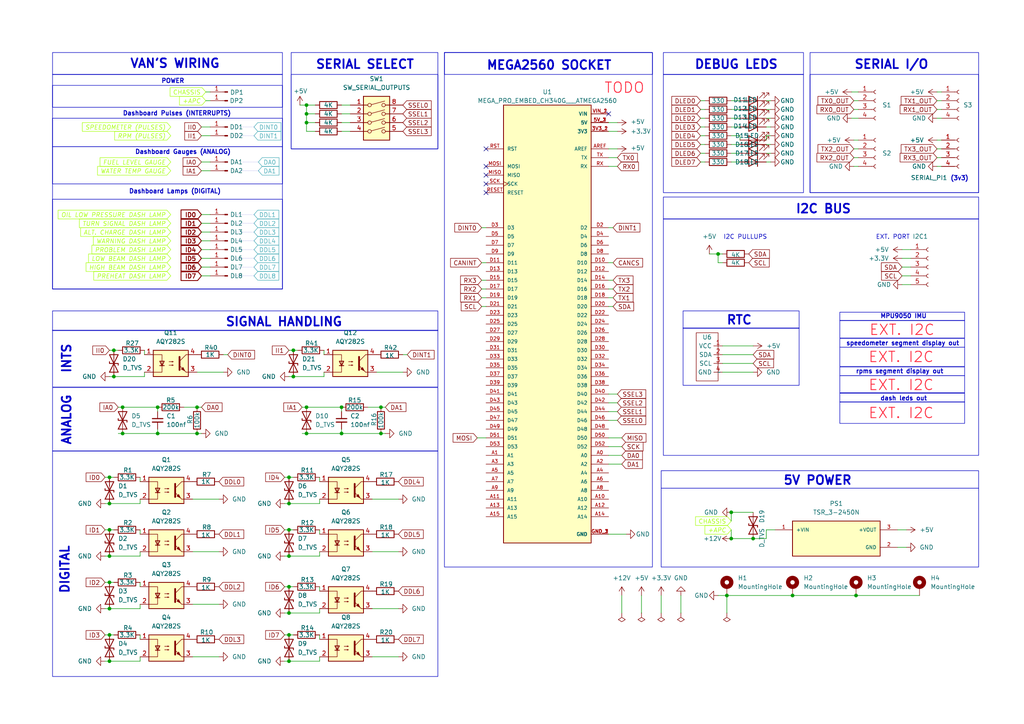
<source format=kicad_sch>
(kicad_sch (version 20231120) (generator "eeschema") (generator_version "8.0")
  (paper "A4")
  (lib_symbols
    (symbol "Connector:Conn_01x01_Pin" (pin_names (offset 1.016) hide)
      (property "Reference" "J" (at 0 2.54 0))
      (property "Value" "Conn_01x01_Pin" (at 0 -2.54 0))
      (symbol "Conn_01x01_Pin_1_1"
        (pin passive line (at 5.08 0 180) (length 3.81) (name "Pin_1") (number "1"))
      )
    )
    (symbol "Connector:Conn_01x04_Socket" (pin_names (offset 1.016) hide)
      (property "Reference" "J" (at 0 5.08 0))
      (property "Value" "Conn_01x04_Socket" (at 0 -7.62 0))
      (symbol "Conn_01x04_Socket_1_1"
        (pin passive line (at -5.08 2.54 0) (length 3.81) (name "Pin_1") (number "1"))
        (pin passive line (at -5.08 0 0) (length 3.81) (name "Pin_2") (number "2"))
        (pin passive line (at -5.08 -2.54 0) (length 3.81) (name "Pin_3") (number "3"))
        (pin passive line (at -5.08 -5.08 0) (length 3.81) (name "Pin_4") (number "4"))
      )
    )
    (symbol "Connector:Conn_01x05_Socket" (pin_names (offset 1.016) hide)
      (property "Reference" "J" (at 0 7.62 0))
      (property "Value" "Conn_01x05_Socket" (at 0 -7.62 0))
      (symbol "Conn_01x05_Socket_1_1"
        (pin passive line (at -5.08 5.08 0) (length 3.81) (name "Pin_1") (number "1"))
        (pin passive line (at -5.08 2.54 0) (length 3.81) (name "Pin_2") (number "2"))
        (pin passive line (at -5.08 0 0) (length 3.81) (name "Pin_3") (number "3"))
        (pin passive line (at -5.08 -2.54 0) (length 3.81) (name "Pin_4") (number "4"))
        (pin passive line (at -5.08 -5.08 0) (length 3.81) (name "Pin_5") (number "5"))
      )
    )
    (symbol "Connector:Screw_Terminal_01x04" (pin_names (offset 1.016) hide)
      (property "Reference" "J" (at 0 5.08 0))
      (property "Value" "Screw_Terminal_01x04" (at 0 -7.62 0))
      (symbol "Screw_Terminal_01x04_1_1"
        (pin passive line (at -5.08 2.54 0) (length 3.81) (name "Pin_1") (number "1"))
        (pin passive line (at -5.08 0 0) (length 3.81) (name "Pin_2") (number "2"))
        (pin passive line (at -5.08 -2.54 0) (length 3.81) (name "Pin_3") (number "3"))
        (pin passive line (at -5.08 -5.08 0) (length 3.81) (name "Pin_4") (number "4"))
      )
    )
    (symbol "Device:C_Small" (pin_numbers hide) (pin_names (offset 0.254) hide)
      (property "Reference" "C" (at 0.254 1.778 0))
      (property "Value" "C_Small" (at 0.254 -2.032 0))
      (symbol "C_Small_1_1"
        (pin passive line (at 0 2.54 270) (length 2.032) (name "~") (number "1"))
        (pin passive line (at 0 -2.54 90) (length 2.032) (name "~") (number "2"))
      )
    )
    (symbol "Device:D_TVS" (pin_numbers hide) (pin_names (offset 1.016) hide)
      (property "Reference" "D" (at 0 2.54 0))
      (property "Value" "D_TVS" (at 0 -2.54 0))
      (symbol "D_TVS_1_1"
        (pin passive line (at -3.81 0 0) (length 2.54) (name "A1") (number "1"))
        (pin passive line (at 3.81 0 180) (length 2.54) (name "A2") (number "2"))
      )
    )
    (symbol "Device:LED" (pin_numbers hide) (pin_names (offset 1.016) hide)
      (property "Reference" "D" (at 0 2.54 0))
      (property "Value" "LED" (at 0 -2.54 0))
      (symbol "LED_1_1"
        (pin passive line (at -3.81 0 0) (length 2.54) (name "K") (number "1"))
        (pin passive line (at 3.81 0 180) (length 2.54) (name "A") (number "2"))
      )
    )
    (symbol "Device:R" (pin_numbers hide) (pin_names (offset 0))
      (property "Reference" "R" (at 2.032 0 90))
      (property "Value" "R" (at 0 0 90))
      (symbol "R_1_1"
        (pin passive line (at 0 3.81 270) (length 1.27) (name "~") (number "1"))
        (pin passive line (at 0 -3.81 90) (length 1.27) (name "~") (number "2"))
      )
    )
    (symbol "Interface_CAN_LIN:MCP2515-xSO"
      (property "Reference" "U" (at -10.16 19.685 0))
      (property "Value" "MCP2515-xSO" (at 19.05 20.32 0))
      (symbol "MCP2515-xSO_1_1"
        (pin output line (at 15.24 12.7 180) (length 2.54) (name "TXCAN") (number "1"))
        (pin output line (at 15.24 -5.08 180) (length 2.54) (name "~{RX1BF}") (number "10"))
        (pin output line (at 15.24 -2.54 180) (length 2.54) (name "~{RX0BF}") (number "11"))
        (pin output line (at 15.24 0 180) (length 2.54) (name "~{INT}") (number "12"))
        (pin input line (at -15.24 7.62 0) (length 2.54) (name "SCK") (number "13"))
        (pin input line (at -15.24 15.24 0) (length 2.54) (name "SI") (number "14"))
        (pin output line (at -15.24 12.7 0) (length 2.54) (name "SO") (number "15"))
        (pin input line (at -15.24 10.16 0) (length 2.54) (name "~{CS}") (number "16"))
        (pin input line (at 15.24 -15.24 180) (length 2.54) (name "~{RESET}") (number "17"))
        (pin power_in line (at 0 20.32 270) (length 2.54) (name "VDD") (number "18"))
        (pin input line (at 15.24 15.24 180) (length 2.54) (name "RXCAN") (number "2"))
        (pin output line (at -15.24 -10.16 0) (length 2.54) (name "CLKOUT/SOF") (number "3"))
        (pin input line (at 15.24 -7.62 180) (length 2.54) (name "~{TX0RTS}") (number "4"))
        (pin input line (at 15.24 -10.16 180) (length 2.54) (name "~{TX1RTS}") (number "5"))
        (pin input line (at 15.24 -12.7 180) (length 2.54) (name "~{TX2RTS}") (number "6"))
        (pin output line (at -15.24 -5.08 0) (length 2.54) (name "OSC2") (number "7"))
        (pin input line (at -15.24 -7.62 0) (length 2.54) (name "OSC1") (number "8"))
        (pin power_in line (at 0 -20.32 90) (length 2.54) (name "VSS") (number "9"))
      )
    )
    (symbol "Isolator:PC817" (pin_names (offset 1.016))
      (property "Reference" "U" (at -5.08 5.08 0))
      (property "Value" "PC817" (at 0 5.08 0))
      (symbol "PC817_1_1"
        (pin passive line (at -7.62 2.54 0) (length 2.54) (name "~") (number "1"))
        (pin passive line (at -7.62 -2.54 0) (length 2.54) (name "~") (number "2"))
        (pin passive line (at 7.62 -2.54 180) (length 2.54) (name "~") (number "3"))
        (pin passive line (at 7.62 2.54 180) (length 2.54) (name "~") (number "4"))
      )
    )
    (symbol "Jumper:Jumper_2_Open" (pin_numbers hide) (pin_names (offset 0) hide) (exclude_from_sim yes)
      (property "Reference" "JP" (at 0 2.794 0))
      (property "Value" "Jumper_2_Open" (at 0 -2.286 0))
      (symbol "Jumper_2_Open_1_1"
        (pin passive line (at -5.08 0 0) (length 2.54) (name "A") (number "1"))
        (pin passive line (at 5.08 0 180) (length 2.54) (name "B") (number "2"))
      )
    )
    (symbol "Jumper:SolderJumper_3_Open" (pin_names (offset 0) hide) (exclude_from_sim yes) (in_bom no)
      (property "Reference" "JP" (at -2.54 -2.54 0))
      (property "Value" "SolderJumper_3_Open" (at 0 2.794 0))
      (symbol "SolderJumper_3_Open_1_1"
        (pin passive line (at -5.08 0 0) (length 2.54) (name "A") (number "1"))
        (pin passive line (at 0 -3.81 90) (length 2.54) (name "C") (number "2"))
        (pin passive line (at 5.08 0 180) (length 2.54) (name "B") (number "3"))
      )
    )
    (symbol "Mechanical:MountingHole_Pad" (pin_numbers hide) (pin_names (offset 1.016) hide)
      (property "Reference" "H" (at 0 6.35 0))
      (property "Value" "MountingHole_Pad" (at 0 4.445 0))
      (symbol "MountingHole_Pad_1_1"
        (pin input line (at 0 -2.54 90) (length 2.54) (name "1") (number "1"))
      )
    )
    (symbol "PCM_Crystal_AKL:Crystal_Generic" (pin_numbers hide) (pin_names (offset 1.016) hide)
      (property "Reference" "X" (at 0 3.81 0))
      (property "Value" "Crystal_Generic" (at 0 -3.81 0))
      (symbol "Crystal_Generic_1_1"
        (pin passive line (at -3.81 0 0) (length 1.27) (name "1") (number "1"))
        (pin passive line (at 3.81 0 180) (length 1.27) (name "2") (number "2"))
      )
    )
    (symbol "Switch:SW_DIP_x04" (pin_names (offset 0) hide)
      (property "Reference" "SW" (at 0 8.89 0))
      (property "Value" "SW_DIP_x04" (at 0 -6.35 0))
      (symbol "SW_DIP_x04_1_1"
        (pin passive line (at -7.62 5.08 0) (length 5.08) (name "~") (number "1"))
        (pin passive line (at -7.62 2.54 0) (length 5.08) (name "~") (number "2"))
        (pin passive line (at -7.62 0 0) (length 5.08) (name "~") (number "3"))
        (pin passive line (at -7.62 -2.54 0) (length 5.08) (name "~") (number "4"))
        (pin passive line (at 7.62 -2.54 180) (length 5.08) (name "~") (number "5"))
        (pin passive line (at 7.62 0 180) (length 5.08) (name "~") (number "6"))
        (pin passive line (at 7.62 2.54 180) (length 5.08) (name "~") (number "7"))
        (pin passive line (at 7.62 5.08 180) (length 5.08) (name "~") (number "8"))
      )
    )
    (symbol "drz-symbols:DS3231_RTC_MODULE"
      (property "Reference" "U" (at 2.032 3.556 0))
      (symbol "DS3231_RTC_MODULE_1_1"
        (pin power_in line (at 6.35 1.27 180) (length 2.54) (name "VCC") (number "1"))
        (pin input line (at 6.35 -1.27 180) (length 2.54) (name "SDA") (number "2"))
        (pin input line (at 6.35 -3.81 180) (length 2.54) (name "SCL") (number "3"))
        (pin power_in line (at 6.35 -6.35 180) (length 2.54) (name "GND") (number "4"))
      )
    )
    (symbol "drz-symbols:MEGA_PRO_EMBED_CH340G___ATMEGA2560" (pin_names (offset 1.016))
      (property "Reference" "U" (at -12.7 63.5 0))
      (property "Value" "MEGA_PRO_EMBED_CH340G___ATMEGA2560" (at -12.7 -66.04 0))
      (symbol "MEGA_PRO_EMBED_CH340G___ATMEGA2560_0_0"
        (pin power_in line (at 17.78 55.88 180) (length 5.08) (name "3V3") (number "3V3_1"))
        (pin power_in line (at 17.78 55.88 180) (length 5.08) (name "3V3") (number "3V3_2"))
        (pin power_in line (at 17.78 58.42 180) (length 5.08) (name "5V") (number "5V_1"))
        (pin power_in line (at 17.78 58.42 180) (length 5.08) (name "5V") (number "5V_2"))
        (pin power_in line (at 17.78 58.42 180) (length 5.08) (name "5V") (number "5V_3"))
        (pin bidirectional line (at 17.78 -38.1 180) (length 5.08) (name "A0") (number "A0"))
        (pin bidirectional line (at -17.78 -38.1 0) (length 5.08) (name "A1") (number "A1"))
        (pin bidirectional line (at 17.78 -50.8 180) (length 5.08) (name "A10") (number "A10"))
        (pin bidirectional line (at -17.78 -50.8 0) (length 5.08) (name "A11") (number "A11"))
        (pin bidirectional line (at 17.78 -53.34 180) (length 5.08) (name "A12") (number "A12"))
        (pin bidirectional line (at -17.78 -53.34 0) (length 5.08) (name "A13") (number "A13"))
        (pin bidirectional line (at 17.78 -55.88 180) (length 5.08) (name "A14") (number "A14"))
        (pin bidirectional line (at -17.78 -55.88 0) (length 5.08) (name "A15") (number "A15"))
        (pin bidirectional line (at 17.78 -40.64 180) (length 5.08) (name "A2") (number "A2"))
        (pin bidirectional line (at -17.78 -40.64 0) (length 5.08) (name "A3") (number "A3"))
        (pin bidirectional line (at 17.78 -43.18 180) (length 5.08) (name "A4") (number "A4"))
        (pin bidirectional line (at -17.78 -43.18 0) (length 5.08) (name "A5") (number "A5"))
        (pin bidirectional line (at 17.78 -45.72 180) (length 5.08) (name "A6") (number "A6"))
        (pin bidirectional line (at -17.78 -45.72 0) (length 5.08) (name "A7") (number "A7"))
        (pin bidirectional line (at 17.78 -48.26 180) (length 5.08) (name "A8") (number "A8"))
        (pin bidirectional line (at -17.78 -48.26 0) (length 5.08) (name "A9") (number "A9"))
        (pin bidirectional line (at 17.78 50.8 180) (length 5.08) (name "AREF") (number "AREF"))
        (pin bidirectional line (at 17.78 17.78 180) (length 5.08) (name "D10") (number "D10"))
        (pin bidirectional line (at -17.78 17.78 0) (length 5.08) (name "D11") (number "D11"))
        (pin bidirectional line (at 17.78 15.24 180) (length 5.08) (name "D12") (number "D12"))
        (pin bidirectional line (at -17.78 15.24 0) (length 5.08) (name "D13") (number "D13"))
        (pin bidirectional line (at 17.78 12.7 180) (length 5.08) (name "D14") (number "D14"))
        (pin bidirectional line (at -17.78 12.7 0) (length 5.08) (name "D15") (number "D15"))
        (pin bidirectional line (at 17.78 10.16 180) (length 5.08) (name "D16") (number "D16"))
        (pin bidirectional line (at -17.78 10.16 0) (length 5.08) (name "D17") (number "D17"))
        (pin bidirectional line (at 17.78 7.62 180) (length 5.08) (name "D18") (number "D18"))
        (pin bidirectional line (at -17.78 7.62 0) (length 5.08) (name "D19") (number "D19"))
        (pin bidirectional line (at 17.78 27.94 180) (length 5.08) (name "D2") (number "D2"))
        (pin bidirectional line (at 17.78 5.08 180) (length 5.08) (name "D20") (number "D20"))
        (pin bidirectional line (at -17.78 5.08 0) (length 5.08) (name "D21") (number "D21"))
        (pin bidirectional line (at 17.78 2.54 180) (length 5.08) (name "D22") (number "D22"))
        (pin bidirectional line (at -17.78 2.54 0) (length 5.08) (name "D23") (number "D23"))
        (pin bidirectional line (at 17.78 0 180) (length 5.08) (name "D24") (number "D24"))
        (pin bidirectional line (at -17.78 0 0) (length 5.08) (name "D25") (number "D25"))
        (pin bidirectional line (at 17.78 -2.54 180) (length 5.08) (name "D26") (number "D26"))
        (pin bidirectional line (at -17.78 -2.54 0) (length 5.08) (name "D27") (number "D27"))
        (pin bidirectional line (at 17.78 -5.08 180) (length 5.08) (name "D28") (number "D28"))
        (pin bidirectional line (at -17.78 -5.08 0) (length 5.08) (name "D29") (number "D29"))
        (pin bidirectional line (at -17.78 27.94 0) (length 5.08) (name "D3") (number "D3"))
        (pin bidirectional line (at 17.78 -7.62 180) (length 5.08) (name "D30") (number "D30"))
        (pin bidirectional line (at -17.78 -7.62 0) (length 5.08) (name "D31") (number "D31"))
        (pin bidirectional line (at 17.78 -10.16 180) (length 5.08) (name "D32") (number "D32"))
        (pin bidirectional line (at -17.78 -10.16 0) (length 5.08) (name "D33") (number "D33"))
        (pin bidirectional line (at 17.78 -12.7 180) (length 5.08) (name "D34") (number "D34"))
        (pin bidirectional line (at -17.78 -12.7 0) (length 5.08) (name "D35") (number "D35"))
        (pin bidirectional line (at 17.78 -15.24 180) (length 5.08) (name "D36") (number "D36"))
        (pin bidirectional line (at -17.78 -15.24 0) (length 5.08) (name "D37") (number "D37"))
        (pin bidirectional line (at 17.78 -17.78 180) (length 5.08) (name "D38") (number "D38"))
        (pin bidirectional line (at -17.78 -17.78 0) (length 5.08) (name "D39") (number "D39"))
        (pin bidirectional line (at 17.78 25.4 180) (length 5.08) (name "D4") (number "D4"))
        (pin bidirectional line (at 17.78 -20.32 180) (length 5.08) (name "D40") (number "D40"))
        (pin bidirectional line (at -17.78 -20.32 0) (length 5.08) (name "D41") (number "D41"))
        (pin bidirectional line (at 17.78 -22.86 180) (length 5.08) (name "D42") (number "D42"))
        (pin bidirectional line (at -17.78 -22.86 0) (length 5.08) (name "D43") (number "D43"))
        (pin bidirectional line (at 17.78 -25.4 180) (length 5.08) (name "D44") (number "D44"))
        (pin bidirectional line (at -17.78 -25.4 0) (length 5.08) (name "D45") (number "D45"))
        (pin bidirectional line (at 17.78 -27.94 180) (length 5.08) (name "D46") (number "D46"))
        (pin bidirectional line (at -17.78 -27.94 0) (length 5.08) (name "D47") (number "D47"))
        (pin bidirectional line (at 17.78 -30.48 180) (length 5.08) (name "D48") (number "D48"))
        (pin bidirectional line (at -17.78 -30.48 0) (length 5.08) (name "D49") (number "D49"))
        (pin bidirectional line (at -17.78 25.4 0) (length 5.08) (name "D5") (number "D5"))
        (pin bidirectional line (at 17.78 -33.02 180) (length 5.08) (name "D50") (number "D50"))
        (pin bidirectional line (at -17.78 -33.02 0) (length 5.08) (name "D51") (number "D51"))
        (pin bidirectional line (at 17.78 -35.56 180) (length 5.08) (name "D52") (number "D52"))
        (pin bidirectional line (at -17.78 -35.56 0) (length 5.08) (name "D53") (number "D53"))
        (pin bidirectional line (at 17.78 22.86 180) (length 5.08) (name "D6") (number "D6"))
        (pin bidirectional line (at -17.78 22.86 0) (length 5.08) (name "D7") (number "D7"))
        (pin bidirectional line (at 17.78 20.32 180) (length 5.08) (name "D8") (number "D8"))
        (pin bidirectional line (at -17.78 20.32 0) (length 5.08) (name "D9") (number "D9"))
        (pin power_in line (at 17.78 -60.96 180) (length 5.08) (name "GND") (number "GND_1"))
        (pin power_in line (at 17.78 -60.96 180) (length 5.08) (name "GND") (number "GND_2"))
        (pin power_in line (at 17.78 -60.96 180) (length 5.08) (name "GND") (number "GND_3"))
        (pin bidirectional line (at -17.78 43.18 0) (length 5.08) (name "MISO") (number "MISO"))
        (pin bidirectional line (at -17.78 45.72 0) (length 5.08) (name "MOSI") (number "MOSI"))
        (pin input line (at -17.78 38.1 0) (length 5.08) (name "RESET") (number "RESET"))
        (pin input line (at -17.78 50.8 0) (length 5.08) (name "RST") (number "RST"))
        (pin input line (at 17.78 45.72 180) (length 5.08) (name "RX") (number "RX"))
        (pin bidirectional clock (at -17.78 40.64 0) (length 5.08) (name "SCK") (number "SCK"))
        (pin output line (at 17.78 48.26 180) (length 5.08) (name "TX") (number "TX"))
        (pin power_in line (at 17.78 60.96 180) (length 5.08) (name "VIN") (number "VIN_1"))
        (pin power_in line (at 17.78 60.96 180) (length 5.08) (name "VIN") (number "VIN_2"))
      )
    )
    (symbol "drz-symbols:PCF8574T" (pin_names (offset 1.016))
      (property "Reference" "U" (at -5.3752 18.0616 0))
      (property "Value" "PCF8574T" (at -4.1489 -24.8423 0))
      (symbol "PCF8574T_0_0"
        (pin input line (at -17.78 5.08 0) (length 5.08) (name "A0") (number "1"))
        (pin bidirectional line (at 17.78 -10.16 180) (length 5.08) (name "P5") (number "10"))
        (pin bidirectional line (at 17.78 -12.7 180) (length 5.08) (name "P6") (number "11"))
        (pin bidirectional line (at 17.78 -15.24 180) (length 5.08) (name "P7") (number "12"))
        (pin output line (at 17.78 7.62 180) (length 5.08) (name "~INT") (number "13"))
        (pin input line (at -17.78 -5.08 0) (length 5.08) (name "SCL") (number "14"))
        (pin bidirectional line (at 17.78 10.16 180) (length 5.08) (name "SDA") (number "15"))
        (pin power_in line (at -17.78 10.16 0) (length 5.08) (name "VDD") (number "16"))
        (pin input line (at -17.78 2.54 0) (length 5.08) (name "A1") (number "2"))
        (pin input line (at -17.78 0 0) (length 5.08) (name "A2") (number "3"))
        (pin bidirectional line (at 17.78 2.54 180) (length 5.08) (name "P0") (number "4"))
        (pin bidirectional line (at 17.78 0 180) (length 5.08) (name "P1") (number "5"))
        (pin bidirectional line (at 17.78 -2.54 180) (length 5.08) (name "P2") (number "6"))
        (pin bidirectional line (at 17.78 -5.08 180) (length 5.08) (name "P3") (number "7"))
        (pin passive line (at -17.78 -10.16 0) (length 5.08) (name "VSS") (number "8"))
        (pin bidirectional line (at 17.78 -7.62 180) (length 5.08) (name "P4") (number "9"))
      )
    )
    (symbol "drz-symbols:TJA1050" (pin_names (offset 1.016))
      (property "Reference" "U" (at -10.16 13.462 0))
      (property "Value" "TJA1050" (at 5.08 -17.78 0))
      (symbol "TJA1050_0_0"
        (pin bidirectional line (at -15.24 5.08 0) (length 5.08) (name "TXD") (number "1"))
        (pin bidirectional line (at -2.54 -20.32 90) (length 5.08) (name "GND") (number "2"))
        (pin bidirectional line (at 0 17.78 270) (length 5.08) (name "VCC") (number "3"))
        (pin bidirectional line (at -15.24 -5.08 0) (length 5.08) (name "RXD") (number "4"))
        (pin bidirectional line (at -15.24 0 0) (length 5.08) (name "VREF") (number "5"))
        (pin bidirectional line (at 15.24 -5.08 180) (length 5.08) (name "CANL") (number "6"))
        (pin bidirectional line (at 15.24 5.08 180) (length 5.08) (name "CANH") (number "7"))
        (pin bidirectional line (at 2.54 -20.32 90) (length 5.08) (name "S") (number "8"))
      )
    )
    (symbol "drz-symbols:TSR_3-2450N" (pin_names (offset 1.016))
      (property "Reference" "PS" (at -12.7 5.842 0))
      (property "Value" "TSR_3-2450N" (at -12.7 -7.366 0))
      (symbol "TSR_3-2450N_0_0"
        (pin input line (at -17.78 2.54 0) (length 5.08) (name "+VIN") (number "1"))
        (pin power_in line (at 17.78 -2.54 180) (length 5.08) (name "GND") (number "2"))
        (pin output line (at 17.78 2.54 180) (length 5.08) (name "+VOUT") (number "3"))
      )
    )
    (symbol "drz-symbols:TXB0108PWR"
      (property "Reference" "IC" (at 24.13 7.62 0))
      (property "Value" "TXB0108PWR" (at 24.13 5.08 0))
      (symbol "TXB0108PWR_1_1"
        (pin passive line (at 0 0 0) (length 5.08) (name "A1") (number "1"))
        (pin passive line (at 0 -22.86 0) (length 5.08) (name "OE") (number "10"))
        (pin passive line (at 27.94 -22.86 180) (length 5.08) (name "GND") (number "11"))
        (pin passive line (at 27.94 -20.32 180) (length 5.08) (name "B8") (number "12"))
        (pin passive line (at 27.94 -17.78 180) (length 5.08) (name "B7") (number "13"))
        (pin passive line (at 27.94 -15.24 180) (length 5.08) (name "B6") (number "14"))
        (pin passive line (at 27.94 -12.7 180) (length 5.08) (name "B5") (number "15"))
        (pin passive line (at 27.94 -10.16 180) (length 5.08) (name "B4") (number "16"))
        (pin passive line (at 27.94 -7.62 180) (length 5.08) (name "B3") (number "17"))
        (pin passive line (at 27.94 -5.08 180) (length 5.08) (name "B2") (number "18"))
        (pin passive line (at 27.94 -2.54 180) (length 5.08) (name "VCCB") (number "19"))
        (pin passive line (at 0 -2.54 0) (length 5.08) (name "VCCA") (number "2"))
        (pin passive line (at 27.94 0 180) (length 5.08) (name "B1") (number "20"))
        (pin passive line (at 0 -5.08 0) (length 5.08) (name "A2") (number "3"))
        (pin passive line (at 0 -7.62 0) (length 5.08) (name "A3") (number "4"))
        (pin passive line (at 0 -10.16 0) (length 5.08) (name "A4") (number "5"))
        (pin passive line (at 0 -12.7 0) (length 5.08) (name "A5") (number "6"))
        (pin passive line (at 0 -15.24 0) (length 5.08) (name "A6") (number "7"))
        (pin passive line (at 0 -17.78 0) (length 5.08) (name "A7") (number "8"))
        (pin passive line (at 0 -20.32 0) (length 5.08) (name "A8") (number "9"))
      )
    )
    (symbol "power:+12V" (power) (pin_names (offset 0))
      (property "Value" "+12V" (at 0 3.556 0))
      (symbol "+12V_1_1"
        (pin power_in line (at 0 0 90) (length 0) hide (name "+12V") (number "1"))
      )
    )
    (symbol "power:+3.3V" (power) (pin_names (offset 0))
      (property "Value" "+3.3V" (at 0 3.556 0))
      (symbol "+3.3V_1_1"
        (pin power_in line (at 0 0 90) (length 0) hide (name "+3.3V") (number "1"))
      )
    )
    (symbol "power:+5V" (power) (pin_names (offset 0))
      (property "Value" "+5V" (at 0 3.556 0))
      (symbol "+5V_1_1"
        (pin power_in line (at 0 0 90) (length 0) hide (name "+5V") (number "1"))
      )
    )
    (symbol "power:GND" (power) (pin_names (offset 0))
      (property "Value" "GND" (at 0 -3.81 0))
      (symbol "GND_1_1"
        (pin power_in line (at 0 0 270) (length 0) hide (name "GND") (number "1"))
      )
    )
    (symbol "power:PWR_FLAG" (power) (pin_numbers hide) (pin_names (offset 0) hide)
      (property "Value" "PWR_FLAG" (at 0 3.81 0))
      (symbol "PWR_FLAG_0_0"
        (pin power_out line (at 0 0 90) (length 0) (name "pwr") (number "1"))
      )
    )
  )
  (junction (at 99.06 118.11))
  (junction (at 212.09 148.59))
  (junction (at 88.9 30.48))
  (junction (at 31.75 153.67))
  (junction (at 248.285 172.72))
  (junction (at 83.82 184.15))
  (junction (at 35.56 118.11))
  (junction (at 31.75 184.15))
  (junction (at 31.75 146.05))
  (junction (at 45.72 118.11))
  (junction (at 33.02 109.22))
  (junction (at 83.82 170.18))
  (junction (at 88.9 125.73))
  (junction (at 83.82 191.77))
  (junction (at 313.69 166.37))
  (junction (at 83.82 177.8))
  (junction (at 110.49 118.11))
  (junction (at 424.18 162.56))
  (junction (at 31.75 138.43))
  (junction (at 85.09 109.22))
  (junction (at 99.06 125.73))
  (junction (at 57.15 118.11))
  (junction (at 31.75 168.91))
  (junction (at 45.72 125.73))
  (junction (at 83.82 138.43))
  (junction (at 83.82 161.29))
  (junction (at 88.9 118.11))
  (junction (at 405.13 91.44))
  (junction (at 210.82 172.72))
  (junction (at 57.15 125.73))
  (junction (at 110.49 125.73))
  (junction (at 88.9 33.02))
  (junction (at 83.82 153.67))
  (junction (at 212.09 156.21))
  (junction (at 31.75 176.53))
  (junction (at 424.18 152.4))
  (junction (at 88.9 35.56))
  (junction (at 208.28 73.66))
  (junction (at 405.13 46.99))
  (junction (at 33.02 101.6))
  (junction (at 320.04 54.61))
  (junction (at 218.44 156.21))
  (junction (at 31.75 161.29))
  (junction (at 31.75 191.77))
  (junction (at 323.85 166.37))
  (junction (at 229.87 172.72))
  (junction (at 83.82 146.05))
  (junction (at 350.52 54.61))
  (junction (at 35.56 125.73))
  (junction (at 85.09 101.6))
  (no_connect (at 389.89 157.48))
  (no_connect (at 140.97 53.34))
  (no_connect (at 363.22 171.45))
  (no_connect (at 140.97 50.8))
  (no_connect (at 140.97 55.88))
  (no_connect (at 440.69 83.82))
  (no_connect (at 363.22 166.37))
  (no_connect (at 363.22 161.29))
  (no_connect (at 140.97 48.26))
  (no_connect (at 440.69 39.37))
  (no_connect (at 332.74 168.91))
  (no_connect (at 363.22 168.91))
  (no_connect (at 363.22 163.83))
  (no_connect (at 176.53 33.02))
  (no_connect (at 140.97 43.18))
  (wire (pts (xy 118.11 102.87) (xy 116.84 102.87)))
  (wire (pts (xy 212.09 41.91) (xy 214.63 41.91)))
  (wire (pts (xy 106.68 118.11) (xy 110.49 118.11)))
  (wire (pts (xy 271.78 45.72) (xy 273.05 45.72)))
  (wire (pts (xy 203.2 39.37) (xy 204.47 39.37)))
  (wire (pts (xy 401.32 46.99) (xy 405.13 46.99)))
  (wire (pts (xy 323.85 161.29) (xy 313.69 161.29)))
  (polyline (pts (xy 68.58 67.31) (xy 73.66 67.31)) (stroke (width 0.1) (type dot)))
  (wire (pts (xy 82.55 170.18) (xy 83.82 170.18)))
  (wire (pts (xy 349.25 74.93) (xy 351.79 74.93)))
  (wire (pts (xy 88.9 38.1) (xy 91.44 38.1)))
  (wire (pts (xy 401.32 91.44) (xy 405.13 91.44)))
  (wire (pts (xy 176.53 121.92) (xy 179.07 121.92)))
  (wire (pts (xy 424.18 163.83) (xy 424.18 162.56)))
  (wire (pts (xy 53.34 118.11) (xy 57.15 118.11)))
  (wire (pts (xy 85.09 101.6) (xy 86.36 101.6)))
  (wire (pts (xy 407.67 177.8) (xy 407.67 180.34)))
  (wire (pts (xy 40.64 146.05) (xy 40.64 144.78)))
  (wire (pts (xy 440.69 36.83) (xy 443.23 36.83)))
  (wire (pts (xy 440.69 49.53) (xy 443.23 49.53)))
  (wire (pts (xy 176.53 35.56) (xy 179.07 35.56)))
  (wire (pts (xy 438.15 152.4) (xy 440.69 152.4)))
  (wire (pts (xy 318.77 54.61) (xy 320.04 54.61)))
  (wire (pts (xy 313.69 161.29) (xy 313.69 166.37)))
  (wire (pts (xy 82.55 184.15) (xy 83.82 184.15)))
  (wire (pts (xy 197.485 172.72) (xy 197.485 177.8)))
  (wire (pts (xy 115.57 190.5) (xy 107.95 190.5)))
  (wire (pts (xy 83.82 146.05) (xy 92.71 146.05)))
  (wire (pts (xy 138.43 127) (xy 140.97 127)))
  (wire (pts (xy 440.69 161.29) (xy 440.69 162.56)))
  (wire (pts (xy 176.53 132.08) (xy 180.34 132.08)))
  (wire (pts (xy 247.65 45.72) (xy 248.92 45.72)))
  (wire (pts (xy 92.71 161.29) (xy 92.71 160.02)))
  (wire (pts (xy 209.55 100.33) (xy 218.44 100.33)))
  (wire (pts (xy 350.52 54.61) (xy 351.79 54.61)))
  (wire (pts (xy 320.04 48.26) (xy 320.04 49.53)))
  (wire (pts (xy 186.055 172.72) (xy 186.055 177.8)))
  (wire (pts (xy 34.29 118.11) (xy 35.56 118.11)))
  (wire (pts (xy 440.69 44.45) (xy 443.23 44.45)))
  (wire (pts (xy 31.75 138.43) (xy 33.02 138.43)))
  (wire (pts (xy 212.09 148.59) (xy 218.44 148.59)))
  (wire (pts (xy 83.82 153.67) (xy 85.09 153.67)))
  (wire (pts (xy 40.64 176.53) (xy 40.64 175.26)))
  (wire (pts (xy 420.37 162.56) (xy 424.18 162.56)))
  (wire (pts (xy 59.69 26.67) (xy 60.96 26.67)))
  (wire (pts (xy 327.66 148.59) (xy 332.74 148.59)))
  (wire (pts (xy 212.09 151.13) (xy 212.09 148.59)))
  (wire (pts (xy 440.69 59.69) (xy 443.23 59.69)))
  (wire (pts (xy 247.65 48.26) (xy 248.92 48.26)))
  (wire (pts (xy 212.09 31.75) (xy 214.63 31.75)))
  (wire (pts (xy 363.22 146.05) (xy 367.03 146.05)))
  (wire (pts (xy 209.55 105.41) (xy 218.44 105.41)))
  (wire (pts (xy 440.69 57.15) (xy 443.23 57.15)))
  (wire (pts (xy 88.9 33.02) (xy 91.44 33.02)))
  (wire (pts (xy 176.53 154.94) (xy 181.61 154.94)))
  (wire (pts (xy 60.96 62.23) (xy 58.42 62.23)))
  (wire (pts (xy 60.96 69.85) (xy 58.42 69.85)))
  (wire (pts (xy 115.57 176.53) (xy 107.95 176.53)))
  (wire (pts (xy 40.64 170.18) (xy 40.64 168.91)))
  (wire (pts (xy 222.25 39.37) (xy 223.52 39.37)))
  (wire (pts (xy 139.7 86.36) (xy 140.97 86.36)))
  (wire (pts (xy 60.96 46.99) (xy 58.42 46.99)))
  (wire (pts (xy 83.82 170.18) (xy 85.09 170.18)))
  (wire (pts (xy 83.82 177.8) (xy 92.71 177.8)))
  (wire (pts (xy 318.77 67.31) (xy 321.31 67.31)))
  (wire (pts (xy 439.42 172.72) (xy 441.96 172.72)))
  (wire (pts (xy 218.44 107.95) (xy 209.55 107.95)))
  (wire (pts (xy 30.48 191.77) (xy 31.75 191.77)))
  (wire (pts (xy 176.53 48.26) (xy 179.07 48.26)))
  (wire (pts (xy 347.98 135.89) (xy 347.98 138.43)))
  (wire (pts (xy 92.71 139.7) (xy 92.71 138.43)))
  (wire (pts (xy 271.78 29.21) (xy 273.05 29.21)))
  (wire (pts (xy 350.52 48.26) (xy 350.52 49.53)))
  (polyline (pts (xy 68.58 64.77) (xy 73.66 64.77)) (stroke (width 0.1) (type dot)))
  (wire (pts (xy 57.15 118.11) (xy 58.42 118.11)))
  (wire (pts (xy 261.62 80.01) (xy 264.16 80.01)))
  (wire (pts (xy 88.9 30.48) (xy 91.44 30.48)))
  (wire (pts (xy 63.5 190.5) (xy 55.88 190.5)))
  (wire (pts (xy 402.59 81.28) (xy 405.13 81.28)))
  (wire (pts (xy 402.59 41.91) (xy 405.13 41.91)))
  (wire (pts (xy 176.53 76.2) (xy 177.8 76.2)))
  (wire (pts (xy 88.9 35.56) (xy 91.44 35.56)))
  (wire (pts (xy 440.69 46.99) (xy 443.23 46.99)))
  (wire (pts (xy 440.69 104.14) (xy 443.23 104.14)))
  (wire (pts (xy 40.64 185.42) (xy 40.64 184.15)))
  (wire (pts (xy 210.82 172.72) (xy 210.82 177.8)))
  (wire (pts (xy 93.98 109.22) (xy 93.98 107.95)))
  (wire (pts (xy 33.02 109.22) (xy 41.91 109.22)))
  (wire (pts (xy 210.82 172.72) (xy 229.87 172.72)))
  (polyline (pts (xy 68.58 69.85) (xy 73.66 69.85)) (stroke (width 0.1) (type dot)))
  (wire (pts (xy 349.25 69.85) (xy 351.79 69.85)))
  (wire (pts (xy 271.78 48.26) (xy 273.05 48.26)))
  (wire (pts (xy 99.06 35.56) (xy 101.6 35.56)))
  (wire (pts (xy 31.75 153.67) (xy 33.02 153.67)))
  (wire (pts (xy 381 41.91) (xy 382.27 41.91)))
  (wire (pts (xy 212.09 44.45) (xy 214.63 44.45)))
  (wire (pts (xy 222.25 44.45) (xy 223.52 44.45)))
  (wire (pts (xy 176.53 129.54) (xy 180.34 129.54)))
  (wire (pts (xy 139.7 88.9) (xy 140.97 88.9)))
  (wire (pts (xy 439.42 175.26) (xy 441.96 175.26)))
  (wire (pts (xy 110.49 118.11) (xy 111.76 118.11)))
  (wire (pts (xy 402.59 57.15) (xy 405.13 57.15)))
  (wire (pts (xy 405.13 137.16) (xy 405.13 139.7)))
  (wire (pts (xy 212.09 156.21) (xy 218.44 156.21)))
  (wire (pts (xy 45.72 124.46) (xy 45.72 125.73)))
  (wire (pts (xy 88.9 30.48) (xy 88.9 33.02)))
  (wire (pts (xy 212.09 29.21) (xy 214.63 29.21)))
  (wire (pts (xy 41.91 109.22) (xy 41.91 107.95)))
  (wire (pts (xy 381 85.09) (xy 386.08 85.09)))
  (wire (pts (xy 387.35 152.4) (xy 389.89 152.4)))
  (wire (pts (xy 92.71 171.45) (xy 92.71 170.18)))
  (wire (pts (xy 203.2 31.75) (xy 204.47 31.75)))
  (wire (pts (xy 203.2 34.29) (xy 204.47 34.29)))
  (wire (pts (xy 83.82 138.43) (xy 85.09 138.43)))
  (wire (pts (xy 208.28 172.72) (xy 210.82 172.72)))
  (wire (pts (xy 59.69 29.21) (xy 60.96 29.21)))
  (wire (pts (xy 31.75 168.91) (xy 33.02 168.91)))
  (wire (pts (xy 85.09 109.22) (xy 93.98 109.22)))
  (wire (pts (xy 327.66 146.05) (xy 332.74 146.05)))
  (wire (pts (xy 92.71 177.8) (xy 92.71 176.53)))
  (wire (pts (xy 41.91 102.87) (xy 41.91 101.6)))
  (polyline (pts (xy 68.58 80.01) (xy 73.66 80.01)) (stroke (width 0.1) (type dot)))
  (wire (pts (xy 63.5 160.02) (xy 55.88 160.02)))
  (wire (pts (xy 318.77 69.85) (xy 321.31 69.85)))
  (wire (pts (xy 92.71 146.05) (xy 92.71 144.78)))
  (wire (pts (xy 440.69 99.06) (xy 443.23 99.06)))
  (wire (pts (xy 30.48 153.67) (xy 31.75 153.67)))
  (wire (pts (xy 363.22 173.99) (xy 365.76 173.99)))
  (wire (pts (xy 191.77 172.72) (xy 191.77 177.8)))
  (wire (pts (xy 35.56 118.11) (xy 45.72 118.11)))
  (wire (pts (xy 318.77 80.01) (xy 321.31 80.01)))
  (wire (pts (xy 203.2 41.91) (xy 204.47 41.91)))
  (wire (pts (xy 57.15 107.95) (xy 64.77 107.95)))
  (wire (pts (xy 99.06 30.48) (xy 101.6 30.48)))
  (wire (pts (xy 350.52 54.61) (xy 350.52 62.23)))
  (wire (pts (xy 31.75 146.05) (xy 40.64 146.05)))
  (wire (pts (xy 35.56 125.73) (xy 45.72 125.73)))
  (wire (pts (xy 83.82 191.77) (xy 92.71 191.77)))
  (wire (pts (xy 92.71 185.42) (xy 92.71 184.15)))
  (wire (pts (xy 82.55 146.05) (xy 83.82 146.05)))
  (wire (pts (xy 349.25 59.69) (xy 351.79 59.69)))
  (wire (pts (xy 82.55 161.29) (xy 83.82 161.29)))
  (wire (pts (xy 318.77 77.47) (xy 321.31 77.47)))
  (wire (pts (xy 83.82 101.6) (xy 85.09 101.6)))
  (polyline (pts (xy 68.58 74.93) (xy 73.66 74.93)) (stroke (width 0.1) (type dot)))
  (wire (pts (xy 176.53 45.72) (xy 179.07 45.72)))
  (wire (pts (xy 82.55 191.77) (xy 83.82 191.77)))
  (wire (pts (xy 203.2 36.83) (xy 204.47 36.83)))
  (wire (pts (xy 176.53 116.84) (xy 179.07 116.84)))
  (wire (pts (xy 439.42 180.34) (xy 441.96 180.34)))
  (wire (pts (xy 323.85 163.83) (xy 332.74 163.83)))
  (wire (pts (xy 271.78 43.18) (xy 273.05 43.18)))
  (wire (pts (xy 88.9 118.11) (xy 99.06 118.11)))
  (wire (pts (xy 381 90.17) (xy 382.27 90.17)))
  (wire (pts (xy 318.77 64.77) (xy 321.31 64.77)))
  (wire (pts (xy 313.69 171.45) (xy 313.69 172.72)))
  (wire (pts (xy 99.06 38.1) (xy 101.6 38.1)))
  (wire (pts (xy 40.64 191.77) (xy 40.64 190.5)))
  (wire (pts (xy 88.9 38.1) (xy 88.9 35.56)))
  (wire (pts (xy 87.63 125.73) (xy 88.9 125.73)))
  (wire (pts (xy 176.53 127) (xy 180.34 127)))
  (wire (pts (xy 30.48 168.91) (xy 31.75 168.91)))
  (wire (pts (xy 222.25 36.83) (xy 223.52 36.83)))
  (wire (pts (xy 31.75 101.6) (xy 33.02 101.6)))
  (polyline (pts (xy 68.58 62.23) (xy 73.66 62.23)) (stroke (width 0.1) (type dot)))
  (wire (pts (xy 271.78 26.67) (xy 273.05 26.67)))
  (wire (pts (xy 320.04 62.23) (xy 320.04 54.61)))
  (wire (pts (xy 247.015 26.67) (xy 248.92 26.67)))
  (wire (pts (xy 83.82 184.15) (xy 85.09 184.15)))
  (wire (pts (xy 260.35 153.67) (xy 262.89 153.67)))
  (wire (pts (xy 209.55 102.87) (xy 218.44 102.87)))
  (wire (pts (xy 176.53 81.28) (xy 177.8 81.28)))
  (wire (pts (xy 402.59 96.52) (xy 405.13 96.52)))
  (wire (pts (xy 176.53 114.3) (xy 179.07 114.3)))
  (wire (pts (xy 440.69 62.23) (xy 443.23 62.23)))
  (wire (pts (xy 83.82 109.22) (xy 85.09 109.22)))
  (wire (pts (xy 260.35 158.75) (xy 262.89 158.75)))
  (wire (pts (xy 440.69 93.98) (xy 443.23 93.98)))
  (wire (pts (xy 247.65 29.21) (xy 248.92 29.21)))
  (wire (pts (xy 349.25 64.77) (xy 351.79 64.77)))
  (wire (pts (xy 402.59 177.8) (xy 402.59 180.34)))
  (wire (pts (xy 212.09 36.83) (xy 214.63 36.83)))
  (wire (pts (xy 424.18 151.13) (xy 424.18 152.4)))
  (wire (pts (xy 420.37 152.4) (xy 424.18 152.4)))
  (wire (pts (xy 63.5 175.26) (xy 55.88 175.26)))
  (wire (pts (xy 116.84 107.95) (xy 109.22 107.95)))
  (wire (pts (xy 115.57 144.78) (xy 107.95 144.78)))
  (wire (pts (xy 209.55 73.66) (xy 208.28 73.66)))
  (wire (pts (xy 214.63 39.37) (xy 214.63 40.64)))
  (wire (pts (xy 321.31 62.23) (xy 320.04 62.23)))
  (wire (pts (xy 247.65 40.64) (xy 248.92 40.64)))
  (wire (pts (xy 440.69 152.4) (xy 440.69 153.67)))
  (wire (pts (xy 92.71 191.77) (xy 92.71 190.5)))
  (wire (pts (xy 248.285 172.72) (xy 266.7 172.72)))
  (wire (pts (xy 60.96 49.53) (xy 58.42 49.53)))
  (wire (pts (xy 363.22 158.75) (xy 365.76 158.75)))
  (wire (pts (xy 212.09 46.99) (xy 214.63 46.99)))
  (wire (pts (xy 30.48 161.29) (xy 31.75 161.29)))
  (wire (pts (xy 381 36.83) (xy 386.08 36.83)))
  (wire (pts (xy 320.04 91.44) (xy 320.04 90.17)))
  (wire (pts (xy 212.09 39.37) (xy 214.63 39.37)))
  (wire (pts (xy 60.96 72.39) (xy 58.42 72.39)))
  (wire (pts (xy 440.69 96.52) (xy 443.23 96.52)))
  (wire (pts (xy 271.78 31.75) (xy 273.05 31.75)))
  (wire (pts (xy 381 46.99) (xy 386.08 46.99)))
  (wire (pts (xy 176.53 86.36) (xy 177.8 86.36)))
  (wire (pts (xy 139.7 66.04) (xy 140.97 66.04)))
  (wire (pts (xy 60.96 74.93) (xy 58.42 74.93)))
  (wire (pts (xy 40.64 154.94) (xy 40.64 153.67)))
  (wire (pts (xy 440.69 106.68) (xy 443.23 106.68)))
  (wire (pts (xy 82.55 177.8) (xy 83.82 177.8)))
  (wire (pts (xy 424.18 152.4) (xy 427.99 152.4)))
  (wire (pts (xy 247.65 31.75) (xy 248.92 31.75)))
  (wire (pts (xy 323.85 166.37) (xy 332.74 166.37)))
  (wire (pts (xy 87.63 118.11) (xy 88.9 118.11)))
  (wire (pts (xy 318.77 59.69) (xy 321.31 59.69)))
  (wire (pts (xy 60.96 80.01) (xy 58.42 80.01)))
  (wire (pts (xy 440.69 88.9) (xy 443.23 88.9)))
  (wire (pts (xy 222.25 153.67) (xy 224.79 153.67)))
  (wire (pts (xy 111.76 125.73) (xy 110.49 125.73)))
  (polyline (pts (xy 68.58 72.39) (xy 73.66 72.39)) (stroke (width 0.1) (type dot)))
  (wire (pts (xy 31.75 109.22) (xy 33.02 109.22)))
  (wire (pts (xy 83.82 161.29) (xy 92.71 161.29)))
  (wire (pts (xy 373.38 173.99) (xy 374.65 173.99)))
  (wire (pts (xy 218.44 156.21) (xy 222.25 156.21)))
  (wire (pts (xy 30.48 184.15) (xy 31.75 184.15)))
  (wire (pts (xy 323.85 171.45) (xy 323.85 172.72)))
  (wire (pts (xy 31.75 184.15) (xy 33.02 184.15)))
  (wire (pts (xy 440.69 101.6) (xy 443.23 101.6)))
  (wire (pts (xy 82.55 153.67) (xy 83.82 153.67)))
  (wire (pts (xy 99.06 124.46) (xy 99.06 125.73)))
  (wire (pts (xy 176.53 134.62) (xy 180.34 134.62)))
  (wire (pts (xy 208.28 76.2) (xy 208.28 73.66)))
  (wire (pts (xy 40.64 161.29) (xy 40.64 160.02)))
  (wire (pts (xy 440.69 52.07) (xy 443.23 52.07)))
  (polyline (pts (xy 70.485 46.99) (xy 74.93 46.99)) (stroke (width 0.1) (type dot)))
  (wire (pts (xy 115.57 160.02) (xy 107.95 160.02)))
  (wire (pts (xy 203.2 44.45) (xy 204.47 44.45)))
  (wire (pts (xy 222.25 34.29) (xy 223.52 34.29)))
  (wire (pts (xy 381 95.25) (xy 386.08 95.25)))
  (wire (pts (xy 93.98 102.87) (xy 93.98 101.6)))
  (wire (pts (xy 363.22 143.51) (xy 367.03 143.51)))
  (wire (pts (xy 318.77 74.93) (xy 321.31 74.93)))
  (wire (pts (xy 203.2 29.21) (xy 204.47 29.21)))
  (wire (pts (xy 176.53 66.04) (xy 177.8 66.04)))
  (wire (pts (xy 209.55 76.2) (xy 208.28 76.2)))
  (wire (pts (xy 402.59 52.07) (xy 405.13 52.07)))
  (wire (pts (xy 327.66 143.51) (xy 332.74 143.51)))
  (wire (pts (xy 261.62 72.39) (xy 264.16 72.39)))
  (wire (pts (xy 261.62 77.47) (xy 264.16 77.47)))
  (wire (pts (xy 34.29 125.73) (xy 35.56 125.73)))
  (wire (pts (xy 261.62 74.93) (xy 264.16 74.93)))
  (wire (pts (xy 347.98 179.07) (xy 347.98 180.34)))
  (wire (pts (xy 33.02 101.6) (xy 34.29 101.6)))
  (wire (pts (xy 212.09 153.67) (xy 212.09 156.21)))
  (wire (pts (xy 88.9 125.73) (xy 99.06 125.73)))
  (wire (pts (xy 205.74 73.66) (xy 208.28 73.66)))
  (wire (pts (xy 86.995 30.48) (xy 88.9 30.48)))
  (wire (pts (xy 58.42 36.83) (xy 60.96 36.83)))
  (wire (pts (xy 60.96 77.47) (xy 58.42 77.47)))
  (polyline (pts (xy 69.85 49.53) (xy 74.93 49.53)) (stroke (width 0.1) (type dot)))
  (wire (pts (xy 439.42 177.8) (xy 441.96 177.8)))
  (wire (pts (xy 30.48 176.53) (xy 31.75 176.53)))
  (wire (pts (xy 31.75 191.77) (xy 40.64 191.77)))
  (wire (pts (xy 60.96 64.77) (xy 58.42 64.77)))
  (wire (pts (xy 222.25 41.91) (xy 223.52 41.91)))
  (wire (pts (xy 322.58 166.37) (xy 323.85 166.37)))
  (wire (pts (xy 139.7 83.82) (xy 140.97 83.82)))
  (wire (pts (xy 440.69 81.28) (xy 443.23 81.28)))
  (wire (pts (xy 55.88 144.78) (xy 63.5 144.78)))
  (wire (pts (xy 82.55 138.43) (xy 83.82 138.43)))
  (wire (pts (xy 99.06 118.11) (xy 99.06 119.38)))
  (wire (pts (xy 440.69 54.61) (xy 443.23 54.61)))
  (wire (pts (xy 66.04 102.87) (xy 64.77 102.87)))
  (wire (pts (xy 45.72 125.73) (xy 57.15 125.73)))
  (wire (pts (xy 45.72 118.11) (xy 45.72 119.38)))
  (wire (pts (xy 349.25 80.01) (xy 351.79 80.01)))
  (wire (pts (xy 349.25 72.39) (xy 351.79 72.39)))
  (wire (pts (xy 405.13 88.9) (xy 405.13 91.44)))
  (wire (pts (xy 222.25 39.37) (xy 222.25 40.64)))
  (wire (pts (xy 261.62 82.55) (xy 264.16 82.55)))
  (wire (pts (xy 176.53 83.82) (xy 177.8 83.82)))
  (wire (pts (xy 387.35 162.56) (xy 389.89 162.56)))
  (wire (pts (xy 349.25 77.47) (xy 351.79 77.47)))
  (wire (pts (xy 321.31 82.55) (xy 320.04 82.55)))
  (wire (pts (xy 222.25 156.21) (xy 222.25 153.67)))
  (wire (pts (xy 313.69 166.37) (xy 314.96 166.37)))
  (wire (pts (xy 271.78 34.29) (xy 273.05 34.29)))
  (wire (pts (xy 176.53 38.1) (xy 179.07 38.1)))
  (wire (pts (xy 349.25 67.31) (xy 351.79 67.31)))
  (wire (pts (xy 92.71 154.94) (xy 92.71 153.67)))
  (wire (pts (xy 58.42 125.73) (xy 57.15 125.73)))
  (wire (pts (xy 99.06 125.73) (xy 110.49 125.73)))
  (wire (pts (xy 176.53 43.18) (xy 179.07 43.18)))
  (wire (pts (xy 440.69 91.44) (xy 443.23 91.44)))
  (wire (pts (xy 139.7 81.28) (xy 140.97 81.28)))
  (wire (pts (xy 31.75 161.29) (xy 40.64 161.29)))
  (wire (pts (xy 402.59 86.36) (xy 405.13 86.36)))
  (wire (pts (xy 323.85 161.29) (xy 323.85 163.83)))
  (wire (pts (xy 31.75 176.53) (xy 40.64 176.53)))
  (wire (pts (xy 58.42 39.37) (xy 60.96 39.37)))
  (wire (pts (xy 424.18 162.56) (xy 440.69 162.56)))
  (wire (pts (xy 405.13 44.45) (xy 405.13 46.99)))
  (wire (pts (xy 327.66 151.13) (xy 332.74 151.13)))
  (wire (pts (xy 212.09 34.29) (xy 214.63 34.29)))
  (wire (pts (xy 247.65 43.18) (xy 248.92 43.18)))
  (wire (pts (xy 60.96 67.31) (xy 58.42 67.31)))
  (wire (pts (xy 247.015 34.29) (xy 248.92 34.29)))
  (wire (pts (xy 229.87 172.72) (xy 248.285 172.72)))
  (wire (pts (xy 30.48 146.05) (xy 31.75 146.05)))
  (wire (pts (xy 99.06 33.02) (xy 101.6 33.02)))
  (wire (pts (xy 402.59 36.83) (xy 405.13 36.83)))
  (wire (pts (xy 222.25 46.99) (xy 223.52 46.99)))
  (polyline (pts (xy 69.85 36.83) (xy 73.66 36.83)) (stroke (width 0.1) (type dot)))
  (wire (pts (xy 203.2 46.99) (xy 204.47 46.99)))
  (wire (pts (xy 222.25 29.21) (xy 223.52 29.21)))
  (wire (pts (xy 88.9 33.02) (xy 88.9 35.56)))
  (wire (pts (xy 222.25 31.75) (xy 223.52 31.75)))
  (wire (pts (xy 176.53 88.9) (xy 177.8 88.9)))
  (wire (pts (xy 402.59 101.6) (xy 405.13 101.6)))
  (polyline (pts (xy 68.58 77.47) (xy 73.66 77.47)) (stroke (width 0.1) (type dot)))
  (wire (pts (xy 40.64 139.7) (xy 40.64 138.43)))
  (wire (pts (xy 180.34 172.72) (xy 180.34 177.8)))
  (wire (pts (xy 349.25 62.23) (xy 350.52 62.23)))
  (wire (pts (xy 30.48 138.43) (xy 31.75 138.43)))
  (wire (pts (xy 139.7 76.2) (xy 140.97 76.2)))
  (polyline (pts (xy 68.58 39.37) (xy 73.66 39.37)) (stroke (width 0.1) (type dot)))
  (wire (pts (xy 349.25 82.55) (xy 349.25 85.09)))
  (wire (pts (xy 318.77 72.39) (xy 321.31 72.39)))
  (wire (pts (xy 271.78 40.64) (xy 273.05 40.64)))
  (wire (pts (xy 176.53 119.38) (xy 179.07 119.38)))
  (rectangle (start 300.99 127.635) (end 455.295 189.23))
  (rectangle (start 84.455 15.24) (end 127 43.18))
  (rectangle (start 369.57 19.05) (end 455.295 24.13))
  (rectangle (start 300.355 19.05) (end 367.03 24.13))
  (rectangle (start 243.586 100.711) (end 279.781 106.299))
  (rectangle (start 300.355 19.05) (end 367.03 117.475))
  (rectangle (start 15.24 95.758) (end 127 112.268))
  (rectangle (start 243.586 90.551) (end 279.781 92.964))
  (rectangle (start 15.24 34.29) (end 81.915 42.545))
  (rectangle (start 243.586 108.966) (end 279.781 113.919))
  (rectangle (start 15.24 15.24) (end 81.915 21.59))
  (rectangle (start 234.95 21.59) (end 283.845 55.88))
  (rectangle (start 192.405 57.15) (end 283.845 63.5))
  (rectangle (start 243.586 92.964) (end 279.781 98.044))
  (rectangle (start 198.12 95.123) (end 231.775 111.76))
  (rectangle (start 243.586 106.426) (end 279.781 108.966))
  (rectangle (start 15.24 112.395) (end 127 130.81))
  (rectangle (start 15.24 90.17) (end 127 95.885))
  (rectangle (start 234.95 15.24) (end 283.845 55.88))
  (rectangle (start 15.24 57.785) (end 81.915 83.82))
  (rectangle (start 369.57 19.05) (end 455.295 118.11))
  (rectangle (start 243.586 114.046) (end 279.781 116.586))
  (rectangle (start 192.405 63.5) (end 283.845 132.08))
  (rectangle (start 15.24 24.765) (end 81.915 31.115))
  (rectangle (start 15.24 130.81) (end 127 196.215))
  (rectangle (start 198.12 90.17) (end 231.775 95.25))
  (rectangle (start 243.586 98.171) (end 279.781 100.711))
  (rectangle (start 128.905 15.24) (end 189.23 21.59))
  (rectangle (start 15.24 42.545) (end 81.915 53.34))
  (rectangle (start 243.586 116.586) (end 279.781 122.809))
  (rectangle (start 15.24 21.59) (end 81.915 83.82))
  (rectangle (start 192.405 21.59) (end 233.045 55.88))
  (rectangle (start 191.77 136.525) (end 283.845 141.605))
  (rectangle (start 191.77 141.605) (end 283.845 164.465))
  (rectangle (start 192.405 15.24) (end 233.045 21.59))
  (rectangle (start 128.905 15.24) (end 189.23 164.465))
  (rectangle (start 300.99 122.682) (end 455.295 127.762))
  (rectangle (start 84.455 21.59) (end 127 43.18))
  (text "speedometer segment display out\n" (at 245.364 100.457 0) (effects (font (size 1.27 1.27) (thickness 0.254) (bold yes)) (justify left bottom)))
  (text "dash leds out" (at 255.27 116.459 0) (effects (font (size 1.27 1.27) (thickness 0.254) (bold yes)) (justify left bottom)))
  (text "I2C BUS" (at 230.632 62.23 0) (effects (font (size 2.54 2.54) (thickness 0.508) (bold yes)) (justify left bottom)))
  (text "LEVEL SHIFTING" (at 317.5 23.622 0) (effects (font (size 2.54 2.54) (thickness 0.508) (bold yes)) (justify left bottom)))
  (text "5V POWER" (at 227.076 140.97 0) (effects (font (size 2.54 2.54) (thickness 0.508) (bold yes)) (justify left bottom)))
  (text "RTC" (at 210.566 94.488 0) (effects (font (size 2.54 2.54) (thickness 0.508) (bold yes)) (justify left bottom)))
  (text "POWER\n" (at 46.736 24.384 0) (effects (font (size 1.27 1.27) (thickness 0.254) (bold yes)) (justify left bottom)))
  (text "SIGNAL HANDLING" (at 65.278 94.996 0) (effects (font (size 2.54 2.54) (thickness 0.508) (bold yes)) (justify left bottom)))
  (text "Dashboard Pulses (INTERRUPTS)" (at 35.56 33.782 0) (effects (font (size 1.27 1.27) (thickness 0.254) (bold yes)) (justify left bottom)))
  (text "Dashboard Gauges (ANALOG)" (at 39.116 44.958 0) (effects (font (size 1.27 1.27) (thickness 0.254) (bold yes)) (justify left bottom)))
  (text "EXT. I2C" (at 261.366 103.759 0) (effects (font (size 3 3) (thickness 0.254) (bold yes))))
  (text "EXT. I2C" (at 261.366 111.887 0) (effects (font (size 3 3) (thickness 0.254) (bold yes))))
  (text "rpms segment display out\n" (at 248.158 108.585 0) (effects (font (size 1.27 1.27) (thickness 0.254) (bold yes)) (justify left bottom)))
  (text "VAN'S WIRING" (at 37.592 20.066 0) (effects (font (size 2.54 2.54) (thickness 0.508) (bold yes)) (justify left bottom)))
  (text "I2C I/O EXPANDERS" (at 394.208 23.368 0) (effects (font (size 2.54 2.54) (thickness 0.508) (bold yes)) (justify left bottom)))
  (text "MPU9050 IMU" (at 255.27 92.583 0) (effects (font (size 1.27 1.27) (thickness 0.254) (bold yes)) (justify left bottom)))
  (text "DEBUG LEDS" (at 201.295 20.32 0) (effects (font (size 2.54 2.54) (thickness 0.508) (bold yes)) (justify left bottom)))
  (text "(3v3)" (at 275.59 52.578 0) (effects (font (size 1.27 1.27) (bold yes)) (justify left bottom)))
  (text "EXT. I2C" (at 261.62 95.885 0) (effects (font (size 3 3) (thickness 0.254) (bold yes))))
  (text "CANBUS" (at 366.014 127.254 0) (effects (font (size 2.54 2.54) (thickness 0.508) (bold yes)) (justify left bottom)))
  (text "Dashboard Lamps (DIGITAL)" (at 37.338 56.388 0) (effects (font (size 1.27 1.27) (thickness 0.254) (bold yes)) (justify left bottom)))
  (text "INTS" (at 19.304 104.14 90) (effects (font (size 2.54 2.54) (bold yes))))
  (text "EXT. PORT" (at 254 69.596 0) (effects (font (size 1.27 1.27)) (justify left bottom)))
  (text "TODO" (at 181.102 25.654 0) (effects (font (size 3 3) (thickness 0.254) (bold yes))))
  (text "DIGITAL" (at 18.796 165.354 90) (effects (font (size 2.54 2.54) (thickness 0.508) (bold yes))))
  (text "ANALOG" (at 19.304 121.92 90) (effects (font (size 2.54 2.54) (bold yes))))
  (text "EXT. I2C" (at 261.366 120.015 0) (effects (font (size 3 3) (thickness 0.254) (bold yes))))
  (text "SERIAL I/O" (at 247.65 20.32 0) (effects (font (size 2.54 2.54) (thickness 0.508) (bold yes)) (justify left bottom)))
  (text "SERIAL SELECT" (at 91.44 20.32 0) (effects (font (size 2.54 2.54) (thickness 0.508) (bold yes)) (justify left bottom)))
  (text "I2C PULLUPS" (at 209.804 69.596 0) (effects (font (size 1.27 1.27)) (justify left bottom)))
  (text "MEGA2560 SOCKET" (at 140.97 20.574 0) (effects (font (size 2.54 2.54) (thickness 0.508) (bold yes)) (justify left bottom)))
  (global_label "ID0" (shape input) (at 30.48 138.43 180) (property "Intersheetrefs" "${INTERSHEET_REFS}" (effects (hide yes))))
  (global_label "WATER TEMP GAUGE" (shape input) (at 49.53 49.53 180) (effects (font (italic yes))) (property "Intersheetrefs" "${INTERSHEET_REFS}" (effects (hide yes))))
  (global_label "DDL2" (shape input) (at 73.66 64.77 0) (property "Intersheetrefs" "${INTERSHEET_REFS}" (effects (hide yes))))
  (global_label "TX3" (shape input) (at 177.8 81.28 0) (property "Intersheetrefs" "${INTERSHEET_REFS}" (effects (hide yes))))
  (global_label "TX2" (shape input) (at 177.8 83.82 0) (property "Intersheetrefs" "${INTERSHEET_REFS}" (effects (hide yes))))
  (global_label "DLED1" (shape input) (at 443.23 49.53 0) (property "Intersheetrefs" "${INTERSHEET_REFS}" (effects (hide yes))))
  (global_label "DDL5" (shape input) (at 443.23 104.14 0) (property "Intersheetrefs" "${INTERSHEET_REFS}" (effects (hide yes))))
  (global_label "ID5" (shape input) (at 58.42 74.93 180) (effects (font (bold yes))) (property "Intersheetrefs" "${INTERSHEET_REFS}" (effects (hide yes))))
  (global_label "DA0" (shape input) (at 58.42 118.11 0) (property "Intersheetrefs" "${INTERSHEET_REFS}" (effects (hide yes))))
  (global_label "DINT1" (shape input) (at 73.66 39.37 0) (property "Intersheetrefs" "${INTERSHEET_REFS}" (effects (hide yes))))
  (global_label "DDL5" (shape input) (at 115.57 154.94 0) (property "Intersheetrefs" "${INTERSHEET_REFS}" (effects (hide yes))))
  (global_label "DA1" (shape input) (at 111.76 118.11 0) (property "Intersheetrefs" "${INTERSHEET_REFS}" (effects (hide yes))))
  (global_label "+APC" (shape input) (at 439.42 180.34 180) (effects (font (italic yes))) (property "Intersheetrefs" "${INTERSHEET_REFS}" (effects (hide yes))))
  (global_label "DA0" (shape input) (at 180.34 132.08 0) (property "Intersheetrefs" "${INTERSHEET_REFS}" (effects (hide yes))))
  (global_label "CANCS" (shape input) (at 327.66 148.59 180) (property "Intersheetrefs" "${INTERSHEET_REFS}" (effects (hide yes))))
  (global_label "SDA" (shape input) (at 218.44 102.87 0) (property "Intersheetrefs" "${INTERSHEET_REFS}" (effects (hide yes))))
  (global_label "DDL6" (shape input) (at 443.23 101.6 0) (property "Intersheetrefs" "${INTERSHEET_REFS}" (effects (hide yes))))
  (global_label "II0" (shape input) (at 58.42 36.83 180) (property "Intersheetrefs" "${INTERSHEET_REFS}" (effects (hide yes))))
  (global_label "MISO" (shape input) (at 180.34 127 0) (property "Intersheetrefs" "${INTERSHEET_REFS}" (effects (hide yes))))
  (global_label "DLED5" (shape input) (at 443.23 57.15 0) (property "Intersheetrefs" "${INTERSHEET_REFS}" (effects (hide yes))))
  (global_label "CANH" (shape input) (at 424.18 151.13 90) (property "Intersheetrefs" "${INTERSHEET_REFS}" (effects (hide yes))))
  (global_label "II1" (shape input) (at 83.82 101.6 180) (property "Intersheetrefs" "${INTERSHEET_REFS}" (effects (hide yes))))
  (global_label "DA0" (shape input) (at 74.93 46.99 0) (property "Intersheetrefs" "${INTERSHEET_REFS}" (effects (hide yes))))
  (global_label "CHASSIS" (shape input) (at 59.69 26.67 180) (property "Intersheetrefs" "${INTERSHEET_REFS}" (effects (hide yes))))
  (global_label "DLED5" (shape input) (at 203.2 41.91 180) (property "Intersheetrefs" "${INTERSHEET_REFS}" (effects (hide yes))))
  (global_label "IA0" (shape input) (at 58.42 46.99 180) (property "Intersheetrefs" "${INTERSHEET_REFS}" (effects (hide yes))))
  (global_label "TX1_OUT" (shape input) (at 271.78 29.21 180) (property "Intersheetrefs" "${INTERSHEET_REFS}" (effects (hide yes))))
  (global_label "DLED7" (shape input) (at 203.2 46.99 180) (property "Intersheetrefs" "${INTERSHEET_REFS}" (effects (hide yes))))
  (global_label "SCK" (shape input) (at 180.34 129.54 0) (property "Intersheetrefs" "${INTERSHEET_REFS}" (effects (hide yes))))
  (global_label "DLED3" (shape input) (at 203.2 36.83 180) (property "Intersheetrefs" "${INTERSHEET_REFS}" (effects (hide yes))))
  (global_label "RX2" (shape input) (at 139.7 83.82 180) (property "Intersheetrefs" "${INTERSHEET_REFS}" (effects (hide yes))))
  (global_label "HIGH BEAM DASH LAMP" (shape input) (at 49.53 77.47 180) (effects (font (italic yes))) (property "Intersheetrefs" "${INTERSHEET_REFS}" (effects (hide yes))))
  (global_label "RX1_OUT" (shape input) (at 318.77 64.77 180) (property "Intersheetrefs" "${INTERSHEET_REFS}" (effects (hide yes))))
  (global_label "RX0_OUT" (shape input) (at 318.77 80.01 180) (property "Intersheetrefs" "${INTERSHEET_REFS}" (effects (hide yes))))
  (global_label "FUEL LEVEL GAUGE" (shape input) (at 49.53 46.99 180) (effects (font (italic yes))) (property "Intersheetrefs" "${INTERSHEET_REFS}" (effects (hide yes))))
  (global_label "SDA" (shape input) (at 177.8 88.9 0) (property "Intersheetrefs" "${INTERSHEET_REFS}" (effects (hide yes))))
  (global_label "RX0" (shape input) (at 179.07 48.26 0) (property "Intersheetrefs" "${INTERSHEET_REFS}" (effects (hide yes))))
  (global_label "WARNING DASH LAMP" (shape input) (at 49.53 69.85 180) (effects (font (italic yes))) (property "Intersheetrefs" "${INTERSHEET_REFS}" (effects (hide yes))))
  (global_label "ID6" (shape input) (at 82.55 170.18 180) (property "Intersheetrefs" "${INTERSHEET_REFS}" (effects (hide yes))))
  (global_label "SCL" (shape input) (at 139.7 88.9 180) (property "Intersheetrefs" "${INTERSHEET_REFS}" (effects (hide yes))))
  (global_label "DDL4" (shape input) (at 115.57 139.7 0) (property "Intersheetrefs" "${INTERSHEET_REFS}" (effects (hide yes))))
  (global_label "II0" (shape input) (at 31.75 101.6 180) (property "Intersheetrefs" "${INTERSHEET_REFS}" (effects (hide yes))))
  (global_label "TX0_OUT" (shape input) (at 318.77 77.47 180) (property "Intersheetrefs" "${INTERSHEET_REFS}" (effects (hide yes))))
  (global_label "DLED2" (shape input) (at 203.2 34.29 180) (property "Intersheetrefs" "${INTERSHEET_REFS}" (effects (hide yes))))
  (global_label "IA1" (shape input) (at 87.63 118.11 180) (property "Intersheetrefs" "${INTERSHEET_REFS}" (effects (hide yes))))
  (global_label "CHASSIS" (shape input) (at 212.09 151.13 180) (property "Intersheetrefs" "${INTERSHEET_REFS}" (effects (hide yes))))
  (global_label "CANINT" (shape input) (at 139.7 76.2 180) (property "Intersheetrefs" "${INTERSHEET_REFS}" (effects (hide yes))))
  (global_label "DLED2" (shape input) (at 443.23 46.99 0) (property "Intersheetrefs" "${INTERSHEET_REFS}" (effects (hide yes))))
  (global_label "SDA" (shape input) (at 443.23 36.83 0) (property "Intersheetrefs" "${INTERSHEET_REFS}" (effects (hide yes))))
  (global_label "CANH" (shape input) (at 439.42 172.72 180) (property "Intersheetrefs" "${INTERSHEET_REFS}" (effects (hide yes))))
  (global_label "DLED0" (shape input) (at 203.2 29.21 180) (property "Intersheetrefs" "${INTERSHEET_REFS}" (effects (hide yes))))
  (global_label "DLED6" (shape input) (at 203.2 44.45 180) (property "Intersheetrefs" "${INTERSHEET_REFS}" (effects (hide yes))))
  (global_label "LOW BEAM DASH LAMP" (shape input) (at 49.53 74.93 180) (effects (font (italic yes))) (property "Intersheetrefs" "${INTERSHEET_REFS}" (effects (hide yes))))
  (global_label "CANINT" (shape input) (at 365.76 158.75 0) (property "Intersheetrefs" "${INTERSHEET_REFS}" (effects (hide yes))))
  (global_label "TX0" (shape input) (at 351.79 77.47 0) (property "Intersheetrefs" "${INTERSHEET_REFS}" (effects (hide yes))))
  (global_label "DLED4" (shape input) (at 443.23 54.61 0) (property "Intersheetrefs" "${INTERSHEET_REFS}" (effects (hide yes))))
  (global_label "MU2A0" (shape input) (at 381 90.17 180) (property "Intersheetrefs" "${INTERSHEET_REFS}" (effects (hide yes))))
  (global_label "RX3_OUT" (shape input) (at 318.77 74.93 180) (property "Intersheetrefs" "${INTERSHEET_REFS}" (effects (hide yes))))
  (global_label "DDL4" (shape input) (at 443.23 106.68 0) (property "Intersheetrefs" "${INTERSHEET_REFS}" (effects (hide yes))))
  (global_label "IA0" (shape input) (at 34.29 118.11 180) (property "Intersheetrefs" "${INTERSHEET_REFS}" (effects (hide yes))))
  (global_label "SSEL3" (shape input) (at 179.07 114.3 0) (property "Intersheetrefs" "${INTERSHEET_REFS}" (effects (hide yes))))
  (global_label "ID3" (shape input) (at 30.48 184.15 180) (property "Intersheetrefs" "${INTERSHEET_REFS}" (effects (hide yes))))
  (global_label "DLED4" (shape input) (at 203.2 39.37 180) (property "Intersheetrefs" "${INTERSHEET_REFS}" (effects (hide yes))))
  (global_label "OIL LOW PRESSURE DASH LAMP" (shape input) (at 49.53 62.23 180) (effects (font (italic yes))) (property "Intersheetrefs" "${INTERSHEET_REFS}" (effects (hide yes))))
  (global_label "ID3" (shape input) (at 58.42 69.85 180) (effects (font (bold yes))) (property "Intersheetrefs" "${INTERSHEET_REFS}" (effects (hide yes))))
  (global_label "RX3" (shape input) (at 351.79 74.93 0) (property "Intersheetrefs" "${INTERSHEET_REFS}" (effects (hide yes))))
  (global_label "TXCAN" (shape input) (at 387.35 152.4 180) (property "Intersheetrefs" "${INTERSHEET_REFS}" (effects (hide yes))))
  (global_label "ALT. CHARGE DASH LAMP" (shape input) (at 49.53 67.31 180) (effects (font (italic yes))) (property "Intersheetrefs" "${INTERSHEET_REFS}" (effects (hide yes))))
  (global_label "SSEL1" (shape input) (at 179.07 119.38 0) (property "Intersheetrefs" "${INTERSHEET_REFS}" (effects (hide yes))))
  (global_label "ID2" (shape input) (at 30.48 168.91 180) (property "Intersheetrefs" "${INTERSHEET_REFS}" (effects (hide yes))))
  (global_label "CANCS" (shape input) (at 177.8 76.2 0) (property "Intersheetrefs" "${INTERSHEET_REFS}" (effects (hide yes))))
  (global_label "RX0_OUT" (shape input) (at 247.65 31.75 180) (property "Intersheetrefs" "${INTERSHEET_REFS}" (effects (hide yes))))
  (global_label "DA1" (shape input) (at 180.34 134.62 0) (property "Intersheetrefs" "${INTERSHEET_REFS}" (effects (hide yes))))
  (global_label "DDL2" (shape input) (at 63.5 170.18 0) (property "Intersheetrefs" "${INTERSHEET_REFS}" (effects (hide yes))))
  (global_label "RX1_OUT" (shape input) (at 271.78 31.75 180) (property "Intersheetrefs" "${INTERSHEET_REFS}" (effects (hide yes))))
  (global_label "DDL3" (shape input) (at 443.23 96.52 0) (property "Intersheetrefs" "${INTERSHEET_REFS}" (effects (hide yes))))
  (global_label "TX1_OUT" (shape input) (at 318.77 59.69 180) (property "Intersheetrefs" "${INTERSHEET_REFS}" (effects (hide yes))))
  (global_label "TX0_OUT" (shape input) (at 247.65 29.21 180) (property "Intersheetrefs" "${INTERSHEET_REFS}" (effects (hide yes))))
  (global_label "+APC" (shape input) (at 59.69 29.21 180) (effects (font (italic yes))) (property "Intersheetrefs" "${INTERSHEET_REFS}" (effects (hide yes))))
  (global_label "DLED7" (shape input) (at 443.23 62.23 0) (property "Intersheetrefs" "${INTERSHEET_REFS}" (effects (hide yes))))
  (global_label "TURN SIGNAL DASH LAMP" (shape input) (at 49.53 64.77 180) (effects (font (italic yes))) (property "Intersheetrefs" "${INTERSHEET_REFS}" (effects (hide yes))))
  (global_label "RXCAN" (shape input) (at 387.35 162.56 180) (property "Intersheetrefs" "${INTERSHEET_REFS}" (effects (hide yes))))
  (global_label "ID1" (shape input) (at 30.48 153.67 180) (property "Intersheetrefs" "${INTERSHEET_REFS}" (effects (hide yes))))
  (global_label "MU1A0" (shape input) (at 381 41.91 180) (property "Intersheetrefs" "${INTERSHEET_REFS}" (effects (hide yes))))
  (global_label "MOSI" (shape input) (at 327.66 143.51 180) (property "Intersheetrefs" "${INTERSHEET_REFS}" (effects (hide yes))))
  (global_label "ID4" (shape input) (at 82.55 138.43 180) (property "Intersheetrefs" "${INTERSHEET_REFS}" (effects (hide yes))))
  (global_label "ID0" (shape input) (at 58.42 62.23 180) (effects (font (bold yes))) (property "Intersheetrefs" "${INTERSHEET_REFS}" (effects (hide yes))))
  (global_label "+APC" (shape input) (at 212.09 153.67 180) (effects (font (italic yes))) (property "Intersheetrefs" "${INTERSHEET_REFS}" (effects (hide yes))))
  (global_label "RX2" (shape input) (at 351.79 69.85 0) (property "Intersheetrefs" "${INTERSHEET_REFS}" (effects (hide yes))))
  (global_label "DDL5" (shape input) (at 73.66 72.39 0) (property "Intersheetrefs" "${INTERSHEET_REFS}" (effects (hide yes))))
  (global_label "TX3" (shape input) (at 351.79 72.39 0) (property "Intersheetrefs" "${INTERSHEET_REFS}" (effects (hide yes))))
  (global_label "TX1" (shape input) (at 177.8 86.36 0) (property "Intersheetrefs" "${INTERSHEET_REFS}" (effects (hide yes))))
  (global_label "DA1" (shape input) (at 74.93 49.53 0) (property "Intersheetrefs" "${INTERSHEET_REFS}" (effects (hide yes))))
  (global_label "SSEL2" (shape input) (at 116.84 35.56 0) (property "Intersheetrefs" "${INTERSHEET_REFS}" (effects (hide yes))))
  (global_label "RX2_OUT" (shape input) (at 247.65 45.72 180) (property "Intersheetrefs" "${INTERSHEET_REFS}" (effects (hide yes))))
  (global_label "DLED0" (shape input) (at 443.23 52.07 0) (property "Intersheetrefs" "${INTERSHEET_REFS}" (effects (hide yes))))
  (global_label "CANL" (shape input) (at 439.42 175.26 180) (property "Intersheetrefs" "${INTERSHEET_REFS}" (effects (hide yes))))
  (global_label "CANL" (shape input) (at 424.18 163.83 270) (property "Intersheetrefs" "${INTERSHEET_REFS}" (effects (hide yes))))
  (global_label "RX1" (shape input) (at 351.79 64.77 0) (property "Intersheetrefs" "${INTERSHEET_REFS}" (effects (hide yes))))
  (global_label "TX2_OUT" (shape input) (at 318.77 67.31 180) (property "Intersheetrefs" "${INTERSHEET_REFS}" (effects (hide yes))))
  (global_label "DINT0" (shape input) (at 73.66 36.83 0) (property "Intersheetrefs" "${INTERSHEET_REFS}" (effects (hide yes))))
  (global_label "ID2" (shape input) (at 58.42 67.31 180) (effects (font (bold yes))) (property "Intersheetrefs" "${INTERSHEET_REFS}" (effects (hide yes))))
  (global_label "MU1A0" (shape input) (at 402.59 41.91 180) (property "Intersheetrefs" "${INTERSHEET_REFS}" (effects (hide yes))))
  (global_label "SPEEDOMETER (PULSES)" (shape input) (at 49.53 36.83 180) (effects (font (italic yes))) (property "Intersheetrefs" "${INTERSHEET_REFS}" (effects (hide yes))))
  (global_label "DDL7" (shape input) (at 443.23 99.06 0) (property "Intersheetrefs" "${INTERSHEET_REFS}" (effects (hide yes))))
  (global_label "DDL7" (shape input) (at 115.57 185.42 0) (property "Intersheetrefs" "${INTERSHEET_REFS}" (effects (hide yes))))
  (global_label "TX2_OUT" (shape input) (at 247.65 43.18 180) (property "Intersheetrefs" "${INTERSHEET_REFS}" (effects (hide yes))))
  (global_label "SDA" (shape input) (at 217.17 73.66 0) (property "Intersheetrefs" "${INTERSHEET_REFS}" (effects (hide yes))))
  (global_label "DDL0" (shape input) (at 63.5 139.7 0) (property "Intersheetrefs" "${INTERSHEET_REFS}" (effects (hide yes))))
  (global_label "SSEL3" (shape input) (at 116.84 38.1 0) (property "Intersheetrefs" "${INTERSHEET_REFS}" (effects (hide yes))))
  (global_label "TXCAN" (shape input) (at 367.03 146.05 0) (property "Intersheetrefs" "${INTERSHEET_REFS}" (effects (hide yes))))
  (global_label "DLED6" (shape input) (at 443.23 59.69 0) (property "Intersheetrefs" "${INTERSHEET_REFS}" (effects (hide yes))))
  (global_label "ID1" (shape input) (at 58.42 64.77 180) (effects (font (bold yes))) (property "Intersheetrefs" "${INTERSHEET_REFS}" (effects (hide yes))))
  (global_label "RX0" (shape input) (at 351.79 80.01 0) (property "Intersheetrefs" "${INTERSHEET_REFS}" (effects (hide yes))))
  (global_label "ID6" (shape input) (at 58.42 77.47 180) (effects (font (bold yes))) (property "Intersheetrefs" "${INTERSHEET_REFS}" (effects (hide yes))))
  (global_label "SDA" (shape input) (at 443.23 81.28 0) (property "Intersheetrefs" "${INTERSHEET_REFS}" (effects (hide yes))))
  (global_label "DDL6" (shape input) (at 115.57 171.45 0) (property "Intersheetrefs" "${INTERSHEET_REFS}" (effects (hide yes))))
  (global_label "DDL8" (shape input) (at 73.66 80.01 0) (property "Intersheetrefs" "${INTERSHEET_REFS}" (effects (hide yes))))
  (global_label "SCL" (shape input) (at 402.59 96.52 180) (property "Intersheetrefs" "${INTERSHEET_REFS}" (effects (hide yes))))
  (global_label "PROBLEM DASH LAMP" (shape input) (at 49.53 72.39 180) (effects (font (italic yes))) (property "Intersheetrefs" "${INTERSHEET_REFS}" (effects (hide yes))))
  (global_label "MISO" (shape input) (at 327.66 146.05 180) (property "Intersheetrefs" "${INTERSHEET_REFS}" (effects (hide yes))))
  (global_label "RX2_OUT" (shape input) (at 318.77 69.85 180) (property "Intersheetrefs" "${INTERSHEET_REFS}" (effects (hide yes))))
  (global_label "MOSI" (shape input) (at 138.43 127 180) (property "Intersheetrefs" "${INTERSHEET_REFS}" (effects (hide yes))))
  (global_label "DDL0" (shape input) (at 443.23 88.9 0) (property "Intersheetrefs" "${INTERSHEET_REFS}" (effects (hide yes))))
  (global_label "RPM (PULSES)" (shape input) (at 49.53 39.37 180) (effects (font (italic yes))) (property "Intersheetrefs" "${INTERSHEET_REFS}" (effects (hide yes))))
  (global_label "DDL7" (shape input) (at 73.66 77.47 0) (property "Intersheetrefs" "${INTERSHEET_REFS}" (effects (hide yes))))
  (global_label "ID4" (shape input) (at 58.42 72.39 180) (effects (font (bold yes))) (property "Intersheetrefs" "${INTERSHEET_REFS}" (effects (hide yes))))
  (global_label "DLED3" (shape input) (at 443.23 44.45 0) (property "Intersheetrefs" "${INTERSHEET_REFS}" (effects (hide yes))))
  (global_label "MU2A0" (shape input) (at 402.59 86.36 180) (property "Intersheetrefs" "${INTERSHEET_REFS}" (effects (hide yes))))
  (global_label "RXCAN" (shape input) (at 367.03 143.51 0) (property "Intersheetrefs" "${INTERSHEET_REFS}" (effects (hide yes))))
  (global_label "SCL" (shape input) (at 218.44 105.41 0) (property "Intersheetrefs" "${INTERSHEET_REFS}" (effects (hide yes))))
  (global_label "DINT0" (shape input) (at 66.04 102.87 0) (property "Intersheetrefs" "${INTERSHEET_REFS}" (effects (hide yes))))
  (global_label "SSEL2" (shape input) (at 179.07 116.84 0) (property "Intersheetrefs" "${INTERSHEET_REFS}" (effects (hide yes))))
  (global_label "ID7" (shape input) (at 82.55 184.15 180) (property "Intersheetrefs" "${INTERSHEET_REFS}" (effects (hide yes))))
  (global_label "PREHEAT DASH LAMP" (shape input) (at 49.53 80.01 180) (effects (font (italic yes))) (property "Intersheetrefs" "${INTERSHEET_REFS}" (effects (hide yes))))
  (global_label "SCL" (shape input) (at 261.62 80.01 180) (property "Intersheetrefs" "${INTERSHEET_REFS}" (effects (hide yes))))
  (global_label "ID5" (shape input) (at 82.55 153.67 180) (property "Intersheetrefs" "${INTERSHEET_REFS}" (effects (hide yes))))
  (global_label "DDL6" (shape input) (at 73.66 74.93 0) (property "Intersheetrefs" "${INTERSHEET_REFS}" (effects (hide yes))))
  (global_label "DDL1" (shape input) (at 443.23 91.44 0) (property "Intersheetrefs" "${INTERSHEET_REFS}" (effects (hide yes))))
  (global_label "DDL1" (shape input) (at 63.5 154.94 0) (property "Intersheetrefs" "${INTERSHEET_REFS}" (effects (hide yes))))
  (global_label "SSEL0" (shape input) (at 116.84 30.48 0) (property "Intersheetrefs" "${INTERSHEET_REFS}" (effects (hide yes))))
  (global_label "DDL3" (shape input) (at 63.5 185.42 0) (property "Intersheetrefs" "${INTERSHEET_REFS}" (effects (hide yes))))
  (global_label "TX0" (shape input) (at 179.07 45.72 0) (property "Intersheetrefs" "${INTERSHEET_REFS}" (effects (hide yes))))
  (global_label "TX3_OUT" (shape input) (at 271.78 43.18 180) (property "Intersheetrefs" "${INTERSHEET_REFS}" (effects (hide yes))))
  (global_label "DDL4" (shape input) (at 73.66 69.85 0) (property "Intersheetrefs" "${INTERSHEET_REFS}" (effects (hide yes))))
  (global_label "RX3_OUT" (shape input) (at 271.78 45.72 180) (property "Intersheetrefs" "${INTERSHEET_REFS}" (effects (hide yes))))
  (global_label "DDL1" (shape input) (at 73.66 62.23 0) (property "Intersheetrefs" "${INTERSHEET_REFS}" (effects (hide yes))))
  (global_label "SCL" (shape input) (at 402.59 52.07 180) (property "Intersheetrefs" "${INTERSHEET_REFS}" (effects (hide yes))))
  (global_label "RX1" (shape input) (at 139.7 86.36 180) (property "Intersheetrefs" "${INTERSHEET_REFS}" (effects (hide yes))))
  (global_label "SCL" (shape input) (at 217.17 76.2 0) (property "Intersheetrefs" "${INTERSHEET_REFS}" (effects (hide yes))))
  (global_label "IA1" (shape input) (at 58.42 49.53 180) (property "Intersheetrefs" "${INTERSHEET_REFS}" (effects (hide yes))))
  (global_label "SDA" (shape input) (at 261.62 77.47 180) (property "Intersheetrefs" "${INTERSHEET_REFS}" (effects (hide yes))))
  (global_label "DINT1" (shape input) (at 118.11 102.87 0) (property "Intersheetrefs" "${INTERSHEET_REFS}" (effects (hide yes))))
  (global_label "II1" (shape input) (at 58.42 39.37 180) (property "Intersheetrefs" "${INTERSHEET_REFS}" (effects (hide yes))))
  (global_label "TX2" (shape input) (at 351.79 67.31 0) (property "Intersheetrefs" "${INTERSHEET_REFS}" (effects (hide yes))))
  (global_label "DDL2" (shape input) (at 443.23 93.98 0) (property "Intersheetrefs" "${INTERSHEET_REFS}" (effects (hide yes))))
  (global_label "TX3_OUT" (shape input) (at 318.77 72.39 180) (property "Intersheetrefs" "${INTERSHEET_REFS}" (effects (hide yes))))
  (global_label "DLED1" (shape input) (at 203.2 31.75 180) (property "Intersheetrefs" "${INTERSHEET_REFS}" (effects (hide yes))))
  (global_label "RX3" (shape input) (at 139.7 81.28 180) (property "Intersheetrefs" "${INTERSHEET_REFS}" (effects (hide yes))))
  (global_label "TX1" (shape input) (at 351.79 59.69 0) (property "Intersheetrefs" "${INTERSHEET_REFS}" (effects (hide yes))))
  (global_label "DINT0" (shape input) (at 139.7 66.04 180) (property "Intersheetrefs" "${INTERSHEET_REFS}" (effects (hide yes))))
  (global_label "SSEL1" (shape input) (at 116.84 33.02 0) (property "Intersheetrefs" "${INTERSHEET_REFS}" (effects (hide yes))))
  (global_label "SCK" (shape input) (at 327.66 151.13 180) (property "Intersheetrefs" "${INTERSHEET_REFS}" (effects (hide yes))))
  (global_label "ID7" (shape input) (at 58.42 80.01 180) (effects (font (bold yes))) (property "Intersheetrefs" "${INTERSHEET_REFS}" (effects (hide yes))))
  (global_label "DINT1" (shape input) (at 177.8 66.04 0) (property "Intersheetrefs" "${INTERSHEET_REFS}" (effects (hide yes))))
  (global_label "SSEL0" (shape input) (at 179.07 121.92 0) (property "Intersheetrefs" "${INTERSHEET_REFS}" (effects (hide yes))))
  (global_label "DDL3" (shape input) (at 73.66 67.31 0) (property "Intersheetrefs" "${INTERSHEET_REFS}" (effects (hide yes))))
  (symbol (lib_id "Device:LED") (at 218.44 31.75 180) (unit 1)
    (property "Reference" "D12" (at 214.63 31.496 0))
    (property "Value" "LED" (at 217.805 31.496 0))
    (property "Footprint" "LED_SMD:LED_0805_2012Metric_Pad1.15x1.40mm_HandSolder" (effects (hide yes)))
  )
  (symbol (lib_id "power:GND") (at 247.65 48.26 270) (unit 1)
    (property "Reference" "#PWR037" (effects (hide yes)))
    (property "Value" "GND" (at 244.475 48.26 90) (effects (justify right)))
  )
  (symbol (lib_id "power:+5V") (at 186.055 172.72 0) (unit 1)
    (property "Reference" "#PWR016" (effects (hide yes)))
    (property "Value" "+5V" (at 186.055 167.64 0))
  )
  (symbol (lib_id "Device:R") (at 95.25 38.1 90) (unit 1)
    (property "Reference" "R39" (effects (hide yes)))
    (property "Value" "4K" (at 95.25 38.1 90))
    (property "Footprint" "Resistor_SMD:R_0805_2012Metric_Pad1.20x1.40mm_HandSolder" (effects (hide yes)))
  )
  (symbol (lib_id "power:GND") (at 271.78 48.26 270) (unit 1)
    (property "Reference" "#PWR044" (effects (hide yes)))
    (property "Value" "GND" (at 268.605 48.26 90) (effects (justify right)))
  )
  (symbol (lib_id "power:GND") (at 63.5 175.26 90) (unit 1)
    (property "Reference" "#PWR06" (effects (hide yes)))
    (property "Value" "GND" (at 67.31 175.2599 90) (effects (justify right)))
  )
  (symbol (lib_id "Device:LED") (at 218.44 34.29 180) (unit 1)
    (property "Reference" "D13" (at 214.63 34.036 0))
    (property "Value" "LED" (at 217.805 34.036 0))
    (property "Footprint" "LED_SMD:LED_0805_2012Metric_Pad1.15x1.40mm_HandSolder" (effects (hide yes)))
  )
  (symbol (lib_id "Device:D_TVS") (at 88.9 121.92 90) (unit 1)
    (property "Reference" "D10" (at 91.44 120.6499 90) (effects (justify right)))
    (property "Value" "D_TVS" (at 91.44 123.1899 90) (effects (justify right)))
    (property "Footprint" "drz-lib:DIOM4336X265N" (effects (hide yes)))
    (property "Description" "Bidirectional transient-voltage-suppression diode" (effects (hide yes)))
  )
  (symbol (lib_id "power:GND") (at 402.59 101.6 270) (unit 1)
    (property "Reference" "#PWR072" (effects (hide yes)))
    (property "Value" "GND" (at 399.415 101.6 90) (effects (justify right)))
  )
  (symbol (lib_id "Isolator:PC817") (at 48.26 157.48 0) (unit 1)
    (property "Reference" "Q2" (at 48.26 148.59 0))
    (property "Value" "AQY282S" (at 48.26 151.13 0))
    (property "Footprint" "drz-lib:AQY282SX" (effects (hide yes)))
    (property "Datasheet" "http://www.soselectronic.cz/a_info/resource/d/pc817.pdf" (effects (hide yes)))
    (property "Description" "DC Optocoupler, Vce 35V, CTR 50-300%, DIP-4" (effects (hide yes)))
  )
  (symbol (lib_id "Device:R") (at 95.25 35.56 90) (unit 1)
    (property "Reference" "R38" (effects (hide yes)))
    (property "Value" "4K" (at 95.25 35.56 90))
    (property "Footprint" "Resistor_SMD:R_0805_2012Metric_Pad1.20x1.40mm_HandSolder" (effects (hide yes)))
  )
  (symbol (lib_id "power:+5V") (at 179.07 35.56 270) (unit 1)
    (property "Reference" "#PWR01" (effects (hide yes)))
    (property "Value" "+5V" (at 182.88 35.306 90) (effects (justify left)))
  )
  (symbol (lib_id "power:GND") (at 402.59 57.15 270) (unit 1)
    (property "Reference" "#PWR017" (effects (hide yes)))
    (property "Value" "GND" (at 399.415 57.15 90) (effects (justify right)))
  )
  (symbol (lib_id "power:PWR_FLAG") (at 197.485 177.8 180) (unit 1)
    (property "Reference" "#FLG04" (effects (hide yes)))
    (property "Value" "PWR_FLAG" (effects (hide yes)))
  )
  (symbol (lib_id "Device:D_TVS") (at 83.82 187.96 90) (unit 1)
    (property "Reference" "D9" (at 86.36 186.6899 90) (effects (justify right)))
    (property "Value" "D_TVS" (at 86.36 189.2299 90) (effects (justify right)))
    (property "Footprint" "drz-lib:DIOM4336X265N" (effects (hide yes)))
    (property "Description" "Bidirectional transient-voltage-suppression diode" (effects (hide yes)))
  )
  (symbol (lib_id "Device:C_Small") (at 313.69 168.91 180) (unit 1)
    (property "Reference" "C4" (at 312.166 164.592 0) (effects (justify right)))
    (property "Value" "22uf" (at 307.34 168.91 0) (effects (justify right)))
    (property "Footprint" "Capacitor_SMD:C_0805_2012Metric_Pad1.18x1.45mm_HandSolder" (effects (hide yes)))
    (property "Description" "Unpolarized capacitor, small symbol" (effects (hide yes)))
  )
  (symbol (lib_id "power:GND") (at 381 95.25 270) (unit 1)
    (property "Reference" "#PWR074" (effects (hide yes)))
    (property "Value" "GND" (at 377.825 95.25 90) (effects (justify right)))
  )
  (symbol (lib_id "Device:D_TVS") (at 31.75 172.72 90) (unit 1)
    (property "Reference" "D3" (at 34.29 171.4499 90) (effects (justify right)))
    (property "Value" "D_TVS" (at 34.29 173.9899 90) (effects (justify right)))
    (property "Footprint" "drz-lib:DIOM4336X265N" (effects (hide yes)))
    (property "Description" "Bidirectional transient-voltage-suppression diode" (effects (hide yes)))
  )
  (symbol (lib_id "Isolator:PC817") (at 48.26 187.96 0) (unit 1)
    (property "Reference" "Q4" (at 48.26 179.07 0))
    (property "Value" "AQY282S" (at 48.26 181.61 0))
    (property "Footprint" "drz-lib:AQY282SX" (effects (hide yes)))
    (property "Datasheet" "http://www.soselectronic.cz/a_info/resource/d/pc817.pdf" (effects (hide yes)))
    (property "Description" "DC Optocoupler, Vce 35V, CTR 50-300%, DIP-4" (effects (hide yes)))
  )
  (symbol (lib_id "power:+5V") (at 262.89 153.67 270) (unit 1)
    (property "Reference" "#PWR048" (effects (hide yes)))
    (property "Value" "+5V" (at 266.7 153.6699 90) (effects (justify left)))
  )
  (symbol (lib_id "power:GND") (at 223.52 39.37 90) (unit 1)
    (property "Reference" "#PWR029" (effects (hide yes)))
    (property "Value" "GND" (at 226.314 39.37 90) (effects (justify right)))
  )
  (symbol (lib_id "power:GND") (at 223.52 36.83 90) (unit 1)
    (property "Reference" "#PWR028" (effects (hide yes)))
    (property "Value" "GND" (at 226.314 36.83 90) (effects (justify right)))
  )
  (symbol (lib_id "Connector:Conn_01x01_Pin") (at 66.04 39.37 180) (unit 1)
    (property "Reference" "DD2" (at 68.58 39.37 0))
    (property "Value" "Conn_01x01_Pin" (effects (hide yes)))
    (property "Footprint" "drz-lib:TE_928814-1" (effects (hide yes)))
  )
  (symbol (lib_id "Isolator:PC817") (at 100.33 173.99 0) (unit 1)
    (property "Reference" "Q7" (at 100.33 165.1 0))
    (property "Value" "AQY282S" (at 100.33 167.64 0))
    (property "Footprint" "drz-lib:AQY282SX" (effects (hide yes)))
    (property "Datasheet" "http://www.soselectronic.cz/a_info/resource/d/pc817.pdf" (effects (hide yes)))
    (property "Description" "DC Optocoupler, Vce 35V, CTR 50-300%, DIP-4" (effects (hide yes)))
  )
  (symbol (lib_id "power:GND") (at 223.52 46.99 90) (unit 1)
    (property "Reference" "#PWR032" (effects (hide yes)))
    (property "Value" "GND" (at 226.314 46.99 90) (effects (justify right)))
  )
  (symbol (lib_id "power:GND") (at 116.84 107.95 90) (unit 1)
    (property "Reference" "#PWR057" (effects (hide yes)))
    (property "Value" "GND" (at 120.65 107.9499 90) (effects (justify right)))
  )
  (symbol (lib_id "Device:D_TVS") (at 218.44 152.4 90) (unit 1)
    (property "Reference" "D19" (at 220.98 147.828 0) (effects (justify right)))
    (property "Value" "D_TVS" (at 220.98 153.162 0) (effects (justify right)))
    (property "Footprint" "drz-lib:DIOM4336X265N" (effects (hide yes)))
    (property "Description" "Bidirectional transient-voltage-suppression diode" (effects (hide yes)))
  )
  (symbol (lib_id "Device:C_Small") (at 45.72 121.92 0) (unit 1)
    (property "Reference" "C1" (at 48.26 120.6562 0) (effects (justify left)))
    (property "Value" "100nf" (at 48.26 123.1962 0) (effects (justify left)))
    (property "Footprint" "Capacitor_THT:C_Disc_D3.0mm_W1.6mm_P2.50mm" (effects (hide yes)))
    (property "Description" "Unpolarized capacitor, small symbol" (effects (hide yes)))
  )
  (symbol (lib_id "drz-symbols:TJA1050") (at 405.13 157.48 0) (unit 1)
    (property "Reference" "U5" (at 407.1494 139.7 0) (effects (justify left)))
    (property "Value" "TJA1050" (at 407.1494 142.24 0) (effects (justify left)))
    (property "Footprint" "drz-lib:TJA1050_SOP8" (effects (hide yes)))
    (property "MF" "NXP Semiconductors" (effects (hide yes)))
    (property "Description_1" "\n                        \n                            CAN 1MBd Silent 5V Automotive 8-Pin SO T/R\n                        \n" (effects (hide yes)))
    (property "Package" "None" (effects (hide yes)))
    (property "Price" "None" (effects (hide yes)))
    (property "SnapEDA_Link" "https://www.snapeda.com/parts/TJA1050/NXP+Semiconductors/view-part/?ref=snap" (effects (hide yes)))
    (property "MP" "TJA1050" (effects (hide yes)))
    (property "Availability" "In Stock" (effects (hide yes)))
    (property "Check_prices" "https://www.snapeda.com/parts/TJA1050/NXP+Semiconductors/view-part/?ref=eda" (effects (hide yes)))
  )
  (symbol (lib_id "power:GND") (at 407.67 180.34 0) (unit 1)
    (property "Reference" "#PWR082" (effects (hide yes)))
    (property "Value" "GND" (at 407.67 185.42 0))
  )
  (symbol (lib_id "power:GND") (at 63.5 144.78 90) (unit 1)
    (property "Reference" "#PWR04" (effects (hide yes)))
    (property "Value" "GND" (at 67.31 144.7799 90) (effects (justify right)))
  )
  (symbol (lib_id "Device:D_TVS") (at 83.82 157.48 90) (unit 1)
    (property "Reference" "D7" (at 86.36 156.2099 90) (effects (justify right)))
    (property "Value" "D_TVS" (at 86.36 158.7499 90) (effects (justify right)))
    (property "Footprint" "drz-lib:DIOM4336X265N" (effects (hide yes)))
    (property "Description" "Bidirectional transient-voltage-suppression diode" (effects (hide yes)))
  )
  (symbol (lib_id "power:GND") (at 218.44 107.95 90) (unit 1)
    (property "Reference" "#PWR083" (effects (hide yes)))
    (property "Value" "GND" (at 222.25 107.9499 90) (effects (justify right)))
  )
  (symbol (lib_id "Interface_CAN_LIN:MCP2515-xSO") (at 347.98 158.75 0) (unit 1)
    (property "Reference" "U4" (at 350.1741 135.89 0) (effects (justify left)))
    (property "Value" "MCP2515-xSO" (at 350.1741 138.43 0) (effects (justify left)))
    (property "Footprint" "Package_SO:SOIC-18W_7.5x11.6mm_P1.27mm" (effects (hide yes)))
    (property "Datasheet" "http://ww1.microchip.com/downloads/en/DeviceDoc/21801e.pdf" (effects (hide yes)))
    (property "Description" "Stand-Alone CAN Controller with SPI Interface, SOIC-18" (effects (hide yes)))
  )
  (symbol (lib_id "Mechanical:MountingHole_Pad") (at 210.82 170.18 0) (unit 1)
    (property "Reference" "H1" (at 213.995 167.64 0) (effects (justify left)))
    (property "Value" "MountingHole" (at 213.995 170.18 0) (effects (justify left)))
    (property "Footprint" "MountingHole:MountingHole_3.2mm_M3_Pad_Via" (effects (hide yes)))
  )
  (symbol (lib_id "Device:R") (at 60.96 102.87 270) (unit 1)
    (property "Reference" "R40" (at 61.214 100.838 90))
    (property "Value" "1K" (at 60.96 102.87 90))
    (property "Footprint" "Resistor_SMD:R_0805_2012Metric_Pad1.20x1.40mm_HandSolder" (effects (hide yes)))
  )
  (symbol (lib_id "Device:LED") (at 218.44 44.45 180) (unit 1)
    (property "Reference" "D17" (at 215.138 44.45 0))
    (property "Value" "LED" (at 218.313 44.45 0))
    (property "Footprint" "LED_SMD:LED_0805_2012Metric_Pad1.15x1.40mm_HandSolder" (effects (hide yes)))
  )
  (symbol (lib_id "Connector:Conn_01x01_Pin") (at 66.04 46.99 180) (unit 1)
    (property "Reference" "DA1" (at 68.58 46.99 0))
    (property "Value" "Conn_01x01_Pin" (effects (hide yes)))
    (property "Footprint" "drz-lib:TE_928814-1" (effects (hide yes)))
  )
  (symbol (lib_id "Device:D_TVS") (at 31.75 187.96 90) (unit 1)
    (property "Reference" "D4" (at 34.29 186.6899 90) (effects (justify right)))
    (property "Value" "D_TVS" (at 34.29 189.2299 90) (effects (justify right)))
    (property "Footprint" "drz-lib:DIOM4336X265N" (effects (hide yes)))
    (property "Description" "Bidirectional transient-voltage-suppression diode" (effects (hide yes)))
  )
  (symbol (lib_id "power:GND") (at 401.32 46.99 270) (unit 1)
    (property "Reference" "#PWR023" (effects (hide yes)))
    (property "Value" "GND" (at 398.145 46.99 90) (effects (justify right)))
  )
  (symbol (lib_id "Device:R") (at 59.69 139.7 270) (unit 1)
    (property "Reference" "R7" (at 59.944 137.668 90))
    (property "Value" "1K" (at 59.69 139.7 90))
    (property "Footprint" "Resistor_SMD:R_0805_2012Metric_Pad1.20x1.40mm_HandSolder" (effects (hide yes)))
  )
  (symbol (lib_id "power:GND") (at 439.42 177.8 270) (unit 1)
    (property "Reference" "#PWR085" (effects (hide yes)))
    (property "Value" "GND" (at 435.61 177.7999 90) (effects (justify right)))
  )
  (symbol (lib_id "power:GND") (at 223.52 44.45 90) (unit 1)
    (property "Reference" "#PWR031" (effects (hide yes)))
    (property "Value" "GND" (at 226.314 44.45 90) (effects (justify right)))
  )
  (symbol (lib_id "Connector:Conn_01x01_Pin") (at 66.04 62.23 180) (unit 1)
    (property "Reference" "DL1" (at 68.58 62.23 0))
    (property "Value" "Conn_01x01_Pin" (effects (hide yes)))
    (property "Footprint" "drz-lib:TE_928814-1" (effects (hide yes)))
  )
  (symbol (lib_id "power:GND") (at 223.52 41.91 90) (unit 1)
    (property "Reference" "#PWR030" (effects (hide yes)))
    (property "Value" "GND" (at 226.314 41.91 90) (effects (justify right)))
  )
  (symbol (lib_id "Jumper:SolderJumper_3_Open") (at 386.08 41.91 270) (unit 1) (exclude_from_sim yes) (in_bom no)
    (property "Reference" "JP1" (at 388.62 41.9099 90) (effects (justify left)))
    (property "Value" "SolderJumper_3_Open" (effects (hide yes)))
    (property "Footprint" "Jumper:SolderJumper-3_P1.3mm_Open_RoundedPad1.0x1.5mm" (effects (hide yes)))
    (property "Description" "Solder Jumper, 3-pole, open" (effects (hide yes)))
  )
  (symbol (lib_id "Device:R") (at 208.28 31.75 90) (unit 1)
    (property "Reference" "R29" (effects (hide yes)))
    (property "Value" "330" (at 208.28 31.75 90))
    (property "Footprint" "Resistor_SMD:R_0805_2012Metric_Pad1.20x1.40mm_HandSolder" (effects (hide yes)))
  )
  (symbol (lib_id "drz-symbols:PCF8574T") (at 422.91 91.44 0) (unit 1)
    (property "Reference" "U3" (at 422.91 71.12 0))
    (property "Value" "PCF8574T" (at 422.91 73.66 0))
    (property "Footprint" "drz-lib:PCF8574T_SOIC16" (effects (hide yes)))
    (property "MF" "NXP Semiconductors" (effects (hide yes)))
    (property "Description_1" "\n                        \n                            I/O Expander 8 I²C 100 kHz 20-SSOP\n                        \n" (effects (hide yes)))
    (property "PACKAGE" "SOIC-16" (effects (hide yes)))
    (property "MPN" "PCF8574T" (effects (hide yes)))
    (property "Price" "None" (effects (hide yes)))
    (property "Package" "SOIC-16 NXP Semiconductors" (effects (hide yes)))
    (property "OC_FARNELL" "-" (effects (hide yes)))
    (property "SnapEDA_Link" "https://www.snapeda.com/parts/PCF8574T/NXP+Semiconductors/view-part/?ref=snap" (effects (hide yes)))
    (property "MP" "PCF8574T" (effects (hide yes)))
    (property "SUPPLIER" "NXP" (effects (hide yes)))
    (property "OC_NEWARK" "11N8514" (effects (hide yes)))
    (property "Availability" "In Stock" (effects (hide yes)))
    (property "Check_prices" "https://www.snapeda.com/parts/PCF8574T/NXP+Semiconductors/view-part/?ref=eda" (effects (hide yes)))
  )
  (symbol (lib_id "power:PWR_FLAG") (at 180.34 177.8 180) (unit 1)
    (property "Reference" "#FLG01" (effects (hide yes)))
    (property "Value" "PWR_FLAG" (effects (hide yes)))
  )
  (symbol (lib_id "power:+5V") (at 402.59 36.83 90) (unit 1)
    (property "Reference" "#PWR018" (effects (hide yes)))
    (property "Value" "+5V" (at 398.78 36.8299 90) (effects (justify left)))
  )
  (symbol (lib_id "power:GND") (at 223.52 31.75 90) (unit 1)
    (property "Reference" "#PWR026" (effects (hide yes)))
    (property "Value" "GND" (at 226.314 31.75 90) (effects (justify right)))
  )
  (symbol (lib_id "Connector:Conn_01x01_Pin") (at 66.04 72.39 180) (unit 1)
    (property "Reference" "DL5" (at 68.58 72.39 0))
    (property "Value" "Conn_01x01_Pin" (effects (hide yes)))
    (property "Footprint" "drz-lib:TE_928814-1" (effects (hide yes)))
  )
  (symbol (lib_id "power:+12V") (at 212.09 156.21 90) (unit 1)
    (property "Reference" "#PWR038" (effects (hide yes)))
    (property "Value" "+12V" (at 209.296 156.21 90) (effects (justify left)))
  )
  (symbol (lib_id "power:GND") (at 111.76 125.73 90) (unit 1)
    (property "Reference" "#PWR013" (effects (hide yes)))
    (property "Value" "GND" (at 115.57 125.7299 90) (effects (justify right)))
  )
  (symbol (lib_id "power:GND") (at 347.98 180.34 0) (unit 1)
    (property "Reference" "#PWR078" (effects (hide yes)))
    (property "Value" "GND" (at 347.98 185.42 0))
  )
  (symbol (lib_id "power:GND") (at 115.57 144.78 90) (unit 1)
    (property "Reference" "#PWR09" (effects (hide yes)))
    (property "Value" "GND" (at 119.38 144.7799 90) (effects (justify right)))
  )
  (symbol (lib_id "Device:LED") (at 218.44 29.21 180) (unit 1)
    (property "Reference" "D11" (at 214.63 28.956 0))
    (property "Value" "LED" (at 217.805 28.956 0))
    (property "Footprint" "LED_SMD:LED_0805_2012Metric_Pad1.15x1.40mm_HandSolder" (effects (hide yes)))
  )
  (symbol (lib_id "Device:R") (at 57.15 121.92 0) (unit 1)
    (property "Reference" "R6" (at 55.118 121.666 90))
    (property "Value" "100k" (at 57.15 121.92 90))
    (property "Footprint" "Resistor_SMD:R_0805_2012Metric_Pad1.20x1.40mm_HandSolder" (effects (hide yes)))
  )
  (symbol (lib_id "power:GND") (at 402.59 180.34 0) (unit 1)
    (property "Reference" "#PWR081" (effects (hide yes)))
    (property "Value" "GND" (at 402.59 185.42 0))
  )
  (symbol (lib_id "Device:D_TVS") (at 85.09 105.41 90) (unit 1)
    (property "Reference" "D21" (at 87.63 104.1399 90) (effects (justify right)))
    (property "Value" "D_TVS" (at 87.63 106.6799 90) (effects (justify right)))
    (property "Footprint" "drz-lib:DIOM4336X265N" (effects (hide yes)))
    (property "Description" "Bidirectional transient-voltage-suppression diode" (effects (hide yes)))
  )
  (symbol (lib_id "Isolator:PC817") (at 49.53 105.41 0) (unit 1)
    (property "Reference" "Q11" (at 49.53 96.52 0))
    (property "Value" "AQY282S" (at 49.53 99.06 0))
    (property "Footprint" "drz-lib:AQY282SX" (effects (hide yes)))
    (property "Datasheet" "http://www.soselectronic.cz/a_info/resource/d/pc817.pdf" (effects (hide yes)))
    (property "Description" "DC Optocoupler, Vce 35V, CTR 50-300%, DIP-4" (effects (hide yes)))
  )
  (symbol (lib_id "Device:LED") (at 218.44 36.83 180) (unit 1)
    (property "Reference" "D14" (at 214.63 36.576 0))
    (property "Value" "LED" (at 217.805 36.576 0))
    (property "Footprint" "LED_SMD:LED_0805_2012Metric_Pad1.15x1.40mm_HandSolder" (effects (hide yes)))
  )
  (symbol (lib_id "Device:D_TVS") (at 33.02 105.41 90) (unit 1)
    (property "Reference" "D20" (at 35.56 104.1399 90) (effects (justify right)))
    (property "Value" "D_TVS" (at 35.56 106.6799 90) (effects (justify right)))
    (property "Footprint" "drz-lib:DIOM4336X265N" (effects (hide yes)))
    (property "Description" "Bidirectional transient-voltage-suppression diode" (effects (hide yes)))
  )
  (symbol (lib_id "power:+5V") (at 205.74 73.66 0) (unit 1)
    (property "Reference" "#PWR033" (effects (hide yes)))
    (property "Value" "+5V" (at 205.74 68.58 0))
  )
  (symbol (lib_id "power:+12V") (at 180.34 172.72 0) (unit 1)
    (property "Reference" "#PWR015" (effects (hide yes)))
    (property "Value" "+12V" (at 180.34 167.64 0))
  )
  (symbol (lib_id "Device:R") (at 102.87 118.11 270) (unit 1)
    (property "Reference" "R15" (at 102.87 116.078 90))
    (property "Value" "200k" (at 102.87 118.11 90))
    (property "Footprint" "Resistor_SMD:R_0805_2012Metric_Pad1.20x1.40mm_HandSolder" (effects (hide yes)))
  )
  (symbol (lib_id "Device:R") (at 111.76 154.94 270) (unit 1)
    (property "Reference" "R18" (at 112.014 152.908 90))
    (property "Value" "1K" (at 111.76 155.194 90))
    (property "Footprint" "Resistor_SMD:R_0805_2012Metric_Pad1.20x1.40mm_HandSolder" (effects (hide yes)))
  )
  (symbol (lib_id "power:GND") (at 82.55 161.29 270) (unit 1)
    (property "Reference" "#PWR058" (effects (hide yes)))
    (property "Value" "GND" (at 78.74 161.2899 90) (effects (justify right)))
  )
  (symbol (lib_id "power:PWR_FLAG") (at 186.055 177.8 180) (unit 1)
    (property "Reference" "#FLG02" (effects (hide yes)))
    (property "Value" "PWR_FLAG" (effects (hide yes)))
  )
  (symbol (lib_id "power:GND") (at 82.55 146.05 270) (unit 1)
    (property "Reference" "#PWR059" (effects (hide yes)))
    (property "Value" "GND" (at 78.74 146.0499 90) (effects (justify right)))
  )
  (symbol (lib_id "Connector:Conn_01x01_Pin") (at 66.04 80.01 180) (unit 1)
    (property "Reference" "DL8" (at 68.58 80.01 0))
    (property "Value" "Conn_01x01_Pin" (effects (hide yes)))
    (property "Footprint" "drz-lib:TE_928814-1" (effects (hide yes)))
  )
  (symbol (lib_id "Connector:Conn_01x04_Socket") (at 254 29.21 0) (unit 1)
    (property "Reference" "S1" (at 255.905 30.48 0) (effects (justify left)))
    (property "Value" "Conn_01x04_Socket" (effects (hide yes)))
    (property "Footprint" "Connector_JST:JST_XH_S4B-XH-A_1x04_P2.50mm_Horizontal" (effects (hide yes)))
  )
  (symbol (lib_id "Device:R") (at 110.49 121.92 0) (unit 1)
    (property "Reference" "R16" (at 108.458 121.666 90))
    (property "Value" "100k" (at 110.49 121.92 90))
    (property "Footprint" "Resistor_SMD:R_0805_2012Metric_Pad1.20x1.40mm_HandSolder" (effects (hide yes)))
  )
  (symbol (lib_id "drz-symbols:PCF8574T") (at 422.91 46.99 0) (unit 1)
    (property "Reference" "U2" (at 422.91 26.67 0))
    (property "Value" "PCF8574T" (at 422.91 29.21 0))
    (property "Footprint" "drz-lib:PCF8574T_SOIC16" (effects (hide yes)))
    (property "MF" "NXP Semiconductors" (effects (hide yes)))
    (property "Description_1" "\n                        \n                            I/O Expander 8 I²C 100 kHz 20-SSOP\n                        \n" (effects (hide yes)))
    (property "PACKAGE" "SOIC-16" (effects (hide yes)))
    (property "MPN" "PCF8574T" (effects (hide yes)))
    (property "Price" "None" (effects (hide yes)))
    (property "Package" "SOIC-16 NXP Semiconductors" (effects (hide yes)))
    (property "OC_FARNELL" "-" (effects (hide yes)))
    (property "SnapEDA_Link" "https://www.snapeda.com/parts/PCF8574T/NXP+Semiconductors/view-part/?ref=snap" (effects (hide yes)))
    (property "MP" "PCF8574T" (effects (hide yes)))
    (property "SUPPLIER" "NXP" (effects (hide yes)))
    (property "OC_NEWARK" "11N8514" (effects (hide yes)))
    (property "Availability" "In Stock" (effects (hide yes)))
    (property "Check_prices" "https://www.snapeda.com/parts/PCF8574T/NXP+Semiconductors/view-part/?ref=eda" (effects (hide yes)))
  )
  (symbol (lib_id "power:GND") (at 212.09 148.59 270) (unit 1)
    (property "Reference" "#PWR064" (effects (hide yes)))
    (property "Value" "GND" (at 208.28 148.5899 90) (effects (justify right)))
  )
  (symbol (lib_id "power:GND") (at 261.62 82.55 270) (unit 1)
    (property "Reference" "#PWR047" (effects (hide yes)))
    (property "Value" "GND" (at 258.445 82.55 90) (effects (justify right)))
  )
  (symbol (lib_id "power:GND") (at 83.82 109.22 270) (unit 1)
    (property "Reference" "#PWR055" (effects (hide yes)))
    (property "Value" "GND" (at 80.01 109.2199 90) (effects (justify right)))
  )
  (symbol (lib_id "Device:LED") (at 218.44 40.64 180) (unit 1)
    (property "Reference" "D15" (at 215.138 39.37 0))
    (property "Value" "LED" (at 218.313 39.37 0))
    (property "Footprint" "LED_SMD:LED_0805_2012Metric_Pad1.15x1.40mm_HandSolder" (effects (hide yes)))
  )
  (symbol (lib_id "power:GND") (at 381 46.99 270) (unit 1)
    (property "Reference" "#PWR022" (effects (hide yes)))
    (property "Value" "GND" (at 377.825 46.99 90) (effects (justify right)))
  )
  (symbol (lib_id "power:+5V") (at 347.98 135.89 0) (unit 1)
    (property "Reference" "#PWR076" (effects (hide yes)))
    (property "Value" "+5V" (at 347.98 130.81 0))
  )
  (symbol (lib_id "Device:R") (at 208.28 34.29 90) (unit 1)
    (property "Reference" "R30" (effects (hide yes)))
    (property "Value" "330" (at 208.28 34.29 90))
    (property "Footprint" "Resistor_SMD:R_0805_2012Metric_Pad1.20x1.40mm_HandSolder" (effects (hide yes)))
  )
  (symbol (lib_id "Mechanical:MountingHole_Pad") (at 248.285 170.18 0) (unit 1)
    (property "Reference" "H3" (at 251.46 167.64 0) (effects (justify left)))
    (property "Value" "MountingHole" (at 251.46 170.18 0) (effects (justify left)))
    (property "Footprint" "MountingHole:MountingHole_3.2mm_M3_Pad_Via" (effects (hide yes)))
  )
  (symbol (lib_id "drz-symbols:DS3231_RTC_MODULE") (at 203.2 101.6 0) (unit 1)
    (property "Reference" "U6" (at 203.708 97.79 0) (effects (justify left)))
    (property "Value" "~" (at 208.026 107.95 0) (effects (justify left)))
    (property "Footprint" "drz-lib:DS3231_RTC_MODULE" (effects (hide yes)))
  )
  (symbol (lib_id "Device:D_TVS") (at 83.82 142.24 90) (unit 1)
    (property "Reference" "D6" (at 86.36 140.9699 90) (effects (justify right)))
    (property "Value" "D_TVS" (at 86.36 143.5099 90) (effects (justify right)))
    (property "Footprint" "drz-lib:DIOM4336X265N" (effects (hide yes)))
    (property "Description" "Bidirectional transient-voltage-suppression diode" (effects (hide yes)))
  )
  (symbol (lib_id "Isolator:PC817") (at 100.33 142.24 0) (unit 1)
    (property "Reference" "Q5" (at 100.33 133.35 0))
    (property "Value" "AQY282S" (at 100.33 135.89 0))
    (property "Footprint" "drz-lib:AQY282SX" (effects (hide yes)))
    (property "Datasheet" "http://www.soselectronic.cz/a_info/resource/d/pc817.pdf" (effects (hide yes)))
    (property "Description" "DC Optocoupler, Vce 35V, CTR 50-300%, DIP-4" (effects (hide yes)))
  )
  (symbol (lib_id "Device:R") (at 111.76 171.45 270) (unit 1)
    (property "Reference" "R19" (at 112.014 169.418 90))
    (property "Value" "1K" (at 111.76 171.704 90))
    (property "Footprint" "Resistor_SMD:R_0805_2012Metric_Pad1.20x1.40mm_HandSolder" (effects (hide yes)))
  )
  (symbol (lib_id "power:GND") (at 30.48 146.05 270) (unit 1)
    (property "Reference" "#PWR060" (effects (hide yes)))
    (property "Value" "GND" (at 26.67 146.0499 90) (effects (justify right)))
  )
  (symbol (lib_id "power:GND") (at 223.52 29.21 90) (unit 1)
    (property "Reference" "#PWR025" (effects (hide yes)))
    (property "Value" "GND" (at 226.314 29.21 90) (effects (justify right)))
  )
  (symbol (lib_id "Connector:Conn_01x01_Pin") (at 66.04 29.21 180) (unit 1)
    (property "Reference" "DP2" (at 68.58 29.21 0))
    (property "Value" "Conn_01x01_Pin" (effects (hide yes)))
    (property "Footprint" "drz-lib:TE_928814-1" (effects (hide yes)))
  )
  (symbol (lib_id "Device:R") (at 88.9 138.43 270) (unit 1)
    (property "Reference" "R11" (at 89.154 136.398 90))
    (property "Value" "3.3K" (at 88.9 138.43 90))
    (property "Footprint" "Resistor_SMD:R_0805_2012Metric_Pad1.20x1.40mm_HandSolder" (effects (hide yes)))
  )
  (symbol (lib_id "Isolator:PC817") (at 100.33 157.48 0) (unit 1)
    (property "Reference" "Q6" (at 100.33 148.59 0))
    (property "Value" "AQY282S" (at 100.33 151.13 0))
    (property "Footprint" "drz-lib:AQY282SX" (effects (hide yes)))
    (property "Datasheet" "http://www.soselectronic.cz/a_info/resource/d/pc817.pdf" (effects (hide yes)))
    (property "Description" "DC Optocoupler, Vce 35V, CTR 50-300%, DIP-4" (effects (hide yes)))
  )
  (symbol (lib_id "Device:C_Small") (at 320.04 52.07 0) (unit 1)
    (property "Reference" "C3" (at 315.976 48.768 0) (effects (justify left)))
    (property "Value" "100nf" (at 321.564 48.768 0) (effects (justify left)))
    (property "Footprint" "Capacitor_SMD:C_0805_2012Metric_Pad1.18x1.45mm_HandSolder" (effects (hide yes)))
    (property "Description" "Unpolarized capacitor, small symbol" (effects (hide yes)))
  )
  (symbol (lib_id "Isolator:PC817") (at 48.26 142.24 0) (unit 1)
    (property "Reference" "Q1" (at 48.26 133.35 0))
    (property "Value" "AQY282S" (at 48.26 135.89 0))
    (property "Footprint" "drz-lib:AQY282SX" (effects (hide yes)))
    (property "Datasheet" "http://www.soselectronic.cz/a_info/resource/d/pc817.pdf" (effects (hide yes)))
    (property "Description" "DC Optocoupler, Vce 35V, CTR 50-300%, DIP-4" (effects (hide yes)))
  )
  (symbol (lib_id "drz-symbols:MEGA_PRO_EMBED_CH340G___ATMEGA2560") (at 158.75 93.98 0) (unit 1)
    (property "Reference" "U1" (at 158.75 26.67 0))
    (property "Value" "MEGA_PRO_EMBED_CH340G___ATMEGA2560" (at 158.75 29.21 0))
    (property "Footprint" "drz-lib:MODULE_MEGA_PRO_EMBED_CH340G___ATMEGA2560" (effects (hide yes)))
    (property "MF" "Robotdyn" (effects (hide yes)))
    (property "Description_1" "\n" (effects (hide yes)))
    (property "Package" "None" (effects (hide yes)))
    (property "Price" "None" (effects (hide yes)))
    (property "Check_prices" "https://www.snapeda.com/parts/Mega%20Pro%20Embed%20CH340G%20/%20ATmega2560/Robotdyn/view-part/?ref=eda" (effects (hide yes)))
    (property "STANDARD" "Manufacturer Recommendations" (effects (hide yes)))
    (property "PARTREV" "12/May/2017" (effects (hide yes)))
    (property "SnapEDA_Link" "https://www.snapeda.com/parts/Mega%20Pro%20Embed%20CH340G%20/%20ATmega2560/Robotdyn/view-part/?ref=snap" (effects (hide yes)))
    (property "MP" "Mega Pro Embed CH340G / ATmega2560" (effects (hide yes)))
    (property "Availability" "Not in stock" (effects (hide yes)))
    (property "MANUFACTURER" "Robotdyn" (effects (hide yes)))
  )
  (symbol (lib_id "power:+5V") (at 247.65 40.64 90) (unit 1)
    (property "Reference" "#PWR036" (effects (hide yes)))
    (property "Value" "+5V" (at 243.84 40.64 90) (effects (justify left)))
  )
  (symbol (lib_id "Connector:Conn_01x04_Socket") (at 278.13 29.21 0) (unit 1)
    (property "Reference" "S3" (at 279.4 30.48 0) (effects (justify left)))
    (property "Value" "Conn_01x04_Socket" (effects (hide yes)))
    (property "Footprint" "Connector_JST:JST_XH_S4B-XH-A_1x04_P2.50mm_Horizontal" (effects (hide yes)))
  )
  (symbol (lib_id "power:PWR_FLAG") (at 191.77 177.8 180) (unit 1)
    (property "Reference" "#FLG03" (effects (hide yes)))
    (property "Value" "PWR_FLAG" (effects (hide yes)))
  )
  (symbol (lib_id "power:+3.3V") (at 318.77 54.61 90) (unit 1)
    (property "Reference" "#PWR067" (effects (hide yes)))
    (property "Value" "+3.3V" (at 315.214 54.61 90) (effects (justify left)))
  )
  (symbol (lib_id "power:GND") (at 115.57 176.53 90) (unit 1)
    (property "Reference" "#PWR011" (effects (hide yes)))
    (property "Value" "GND" (at 119.38 176.5299 90) (effects (justify right)))
  )
  (symbol (lib_id "Device:LED") (at 218.44 46.99 180) (unit 1)
    (property "Reference" "D18" (at 215.138 46.99 0))
    (property "Value" "LED" (at 218.313 46.99 0))
    (property "Footprint" "LED_SMD:LED_0805_2012Metric_Pad1.15x1.40mm_HandSolder" (effects (hide yes)))
  )
  (symbol (lib_id "Device:R") (at 208.28 29.21 90) (unit 1)
    (property "Reference" "R28" (effects (hide yes)))
    (property "Value" "330" (at 208.28 29.21 90))
    (property "Footprint" "Resistor_SMD:R_0805_2012Metric_Pad1.20x1.40mm_HandSolder" (effects (hide yes)))
  )
  (symbol (lib_id "Device:R") (at 208.28 44.45 90) (unit 1)
    (property "Reference" "R34" (effects (hide yes)))
    (property "Value" "330" (at 208.28 44.45 90))
    (property "Footprint" "Resistor_SMD:R_0805_2012Metric_Pad1.20x1.40mm_HandSolder" (effects (hide yes)))
  )
  (symbol (lib_id "power:+3.3V") (at 191.77 172.72 0) (unit 1)
    (property "Reference" "#PWR019" (effects (hide yes)))
    (property "Value" "+3.3V" (at 191.77 167.64 0))
  )
  (symbol (lib_id "Connector:Conn_01x04_Socket") (at 254 43.18 0) (unit 1)
    (property "Reference" "S2" (at 255.905 44.45 0) (effects (justify left)))
    (property "Value" "Conn_01x04_Socket" (effects (hide yes)))
    (property "Footprint" "Connector_JST:JST_XH_S4B-XH-A_1x04_P2.50mm_Horizontal" (effects (hide yes)))
  )
  (symbol (lib_id "Device:D_TVS") (at 35.56 121.92 90) (unit 1)
    (property "Reference" "D5" (at 38.1 120.6499 90) (effects (justify right)))
    (property "Value" "D_TVS" (at 38.1 123.1899 90) (effects (justify right)))
    (property "Footprint" "drz-lib:DIOM4336X265N" (effects (hide yes)))
    (property "Description" "Bidirectional transient-voltage-suppression diode" (effects (hide yes)))
  )
  (symbol (lib_id "power:GND") (at 82.55 177.8 270) (unit 1)
    (property "Reference" "#PWR056" (effects (hide yes)))
    (property "Value" "GND" (at 78.74 177.7999 90) (effects (justify right)))
  )
  (symbol (lib_id "Connector:Conn_01x01_Pin") (at 66.04 69.85 180) (unit 1)
    (property "Reference" "DL4" (at 68.58 69.85 0))
    (property "Value" "Conn_01x01_Pin" (effects (hide yes)))
    (property "Footprint" "drz-lib:TE_928814-1" (effects (hide yes)))
  )
  (symbol (lib_id "Connector:Screw_Terminal_01x04") (at 447.04 175.26 0) (unit 1)
    (property "Reference" "JCAN1" (at 449.58 175.2599 0) (effects (justify left)))
    (property "Value" "CAN" (at 449.58 177.7999 0) (effects (justify left)))
    (property "Footprint" "TerminalBlock_Phoenix:TerminalBlock_Phoenix_MKDS-1,5-4-5.08_1x04_P5.08mm_Horizontal" (effects (hide yes)))
    (property "Description" "Generic screw terminal, single row, 01x04, script generated (kicad-library-utils/schlib/autogen/connector/)" (effects (hide yes)))
  )
  (symbol (lib_id "Device:LED") (at 218.44 41.91 180) (unit 1)
    (property "Reference" "D16" (at 215.138 41.91 0))
    (property "Value" "LED" (at 218.313 41.91 0))
    (property "Footprint" "LED_SMD:LED_0805_2012Metric_Pad1.15x1.40mm_HandSolder" (effects (hide yes)))
  )
  (symbol (lib_id "Device:R") (at 59.69 185.42 270) (unit 1)
    (property "Reference" "R10" (at 59.944 183.388 90))
    (property "Value" "1K" (at 59.69 185.674 90))
    (property "Footprint" "Resistor_SMD:R_0805_2012Metric_Pad1.20x1.40mm_HandSolder" (effects (hide yes)))
  )
  (symbol (lib_id "power:+5V") (at 374.65 173.99 270) (unit 1)
    (property "Reference" "#PWR079" (effects (hide yes)))
    (property "Value" "+5V" (at 378.46 173.9899 90) (effects (justify left)))
  )
  (symbol (lib_id "Device:R") (at 59.69 154.94 270) (unit 1)
    (property "Reference" "R8" (at 59.944 152.908 90))
    (property "Value" "1K" (at 59.69 155.194 90))
    (property "Footprint" "Resistor_SMD:R_0805_2012Metric_Pad1.20x1.40mm_HandSolder" (effects (hide yes)))
  )
  (symbol (lib_id "power:GND") (at 63.5 160.02 90) (unit 1)
    (property "Reference" "#PWR05" (effects (hide yes)))
    (property "Value" "GND" (at 67.31 160.0199 90) (effects (justify right)))
  )
  (symbol (lib_id "power:GND") (at 223.52 34.29 90) (unit 1)
    (property "Reference" "#PWR027" (effects (hide yes)))
    (property "Value" "GND" (at 226.314 34.29 90) (effects (justify right)))
  )
  (symbol (lib_id "Device:R") (at 90.17 101.6 270) (unit 1)
    (property "Reference" "R41" (at 90.424 99.568 90))
    (property "Value" "3.3K" (at 90.17 101.6 90))
    (property "Footprint" "Resistor_SMD:R_0805_2012Metric_Pad1.20x1.40mm_HandSolder" (effects (hide yes)))
  )
  (symbol (lib_id "Device:C_Small") (at 323.85 168.91 180) (unit 1)
    (property "Reference" "C6" (at 322.834 164.592 0) (effects (justify right)))
    (property "Value" "22uf" (at 326.136 168.91 0) (effects (justify right)))
    (property "Footprint" "Capacitor_SMD:C_0805_2012Metric_Pad1.18x1.45mm_HandSolder" (effects (hide yes)))
    (property "Description" "Unpolarized capacitor, small symbol" (effects (hide yes)))
  )
  (symbol (lib_id "power:GND") (at 197.485 172.72 180) (unit 1)
    (property "Reference" "#PWR020" (effects (hide yes)))
    (property "Value" "GND" (at 197.485 167.64 0))
  )
  (symbol (lib_id "Device:R") (at 208.28 39.37 90) (unit 1)
    (property "Reference" "R32" (effects (hide yes)))
    (property "Value" "330" (at 208.28 39.37 90))
    (property "Footprint" "Resistor_SMD:R_0805_2012Metric_Pad1.20x1.40mm_HandSolder" (effects (hide yes)))
  )
  (symbol (lib_id "power:GND") (at 247.015 34.29 270) (unit 1)
    (property "Reference" "#PWR035" (effects (hide yes)))
    (property "Value" "GND" (at 243.84 34.29 90) (effects (justify right)))
  )
  (symbol (lib_id "Connector:Conn_01x01_Pin") (at 66.04 36.83 180) (unit 1)
    (property "Reference" "DD1" (at 68.58 36.83 0))
    (property "Value" "Conn_01x01_Pin" (effects (hide yes)))
    (property "Footprint" "drz-lib:TE_928814-1" (effects (hide yes)))
  )
  (symbol (lib_id "PCM_Crystal_AKL:Crystal_Generic") (at 318.77 166.37 0) (unit 1)
    (property "Reference" "X1" (at 318.77 162.56 0))
    (property "Value" "8Mhz" (at 318.77 170.942 0))
    (property "Footprint" "Crystal:Crystal_SMD_3225-4Pin_3.2x2.5mm_HandSoldering" (effects (hide yes)))
    (property "Description" "Quartz crystal, Generic symbol, Alternate KiCad Library" (effects (hide yes)))
  )
  (symbol (lib_id "power:+5V") (at 402.59 81.28 90) (unit 1)
    (property "Reference" "#PWR071" (effects (hide yes)))
    (property "Value" "+5V" (at 398.78 81.2799 90) (effects (justify left)))
  )
  (symbol (lib_id "Device:R") (at 208.28 36.83 90) (unit 1)
    (property "Reference" "R31" (effects (hide yes)))
    (property "Value" "330" (at 208.28 36.83 90))
    (property "Footprint" "Resistor_SMD:R_0805_2012Metric_Pad1.20x1.40mm_HandSolder" (effects (hide yes)))
  )
  (symbol (lib_id "power:GND") (at 30.48 191.77 270) (unit 1)
    (property "Reference" "#PWR063" (effects (hide yes)))
    (property "Value" "GND" (at 26.67 191.7699 90) (effects (justify right)))
  )
  (symbol (lib_id "Device:C_Small") (at 99.06 121.92 0) (unit 1)
    (property "Reference" "C2" (at 101.6 120.6562 0) (effects (justify left)))
    (property "Value" "100nf" (at 101.6 123.1962 0) (effects (justify left)))
    (property "Footprint" "Capacitor_THT:C_Disc_D3.0mm_W1.6mm_P2.50mm" (effects (hide yes)))
    (property "Description" "Unpolarized capacitor, small symbol" (effects (hide yes)))
  )
  (symbol (lib_id "power:GND") (at 64.77 107.95 90) (unit 1)
    (property "Reference" "#PWR054" (effects (hide yes)))
    (property "Value" "GND" (at 68.58 107.9499 90) (effects (justify right)))
  )
  (symbol (lib_id "power:+5V") (at 405.13 137.16 0) (unit 1)
    (property "Reference" "#PWR080" (effects (hide yes)))
    (property "Value" "+5V" (at 405.13 132.08 0))
  )
  (symbol (lib_id "Device:R") (at 213.36 76.2 270) (unit 1)
    (property "Reference" "R26" (effects (hide yes)))
    (property "Value" "4K" (at 213.36 76.2 90))
    (property "Footprint" "Resistor_SMD:R_0805_2012Metric_Pad1.20x1.40mm_HandSolder" (effects (hide yes)))
  )
  (symbol (lib_id "power:GND") (at 30.48 176.53 270) (unit 1)
    (property "Reference" "#PWR062" (effects (hide yes)))
    (property "Value" "GND" (at 26.67 176.5299 90) (effects (justify right)))
  )
  (symbol (lib_id "power:+5V") (at 218.44 100.33 270) (unit 1)
    (property "Reference" "#PWR084" (effects (hide yes)))
    (property "Value" "+5V" (at 222.25 100.3299 90) (effects (justify left)))
  )
  (symbol (lib_id "Device:R") (at 88.9 170.18 270) (unit 1)
    (property "Reference" "R13" (at 89.154 168.148 90))
    (property "Value" "3.3K" (at 88.9 170.18 90))
    (property "Footprint" "Resistor_SMD:R_0805_2012Metric_Pad1.20x1.40mm_HandSolder" (effects (hide yes)))
  )
  (symbol (lib_id "Connector:Conn_01x01_Pin") (at 66.04 26.67 180) (unit 1)
    (property "Reference" "DP1" (at 68.707 26.797 0))
    (property "Value" "Conn_01x01_Pin" (effects (hide yes)))
    (property "Footprint" "drz-lib:TE_928814-1" (effects (hide yes)))
  )
  (symbol (lib_id "power:GND") (at 58.42 125.73 90) (unit 1)
    (property "Reference" "#PWR08" (effects (hide yes)))
    (property "Value" "GND" (at 62.23 125.7299 90) (effects (justify right)))
  )
  (symbol (lib_id "Device:R") (at 95.25 33.02 90) (unit 1)
    (property "Reference" "R37" (effects (hide yes)))
    (property "Value" "4K" (at 95.25 33.02 90))
    (property "Footprint" "Resistor_SMD:R_0805_2012Metric_Pad1.20x1.40mm_HandSolder" (effects (hide yes)))
  )
  (symbol (lib_id "power:+5V") (at 320.04 91.44 180) (unit 1)
    (property "Reference" "#PWR065" (effects (hide yes)))
    (property "Value" "+5V" (at 320.04 96.52 0))
  )
  (symbol (lib_id "Device:R") (at 113.03 102.87 270) (unit 1)
    (property "Reference" "R42" (at 113.284 100.838 90))
    (property "Value" "1K" (at 113.03 103.124 90))
    (property "Footprint" "Resistor_SMD:R_0805_2012Metric_Pad1.20x1.40mm_HandSolder" (effects (hide yes)))
  )
  (symbol (lib_id "Isolator:PC817") (at 48.26 172.72 0) (unit 1)
    (property "Reference" "Q3" (at 48.26 163.83 0))
    (property "Value" "AQY282S" (at 48.26 166.37 0))
    (property "Footprint" "drz-lib:AQY282SX" (effects (hide yes)))
    (property "Datasheet" "http://www.soselectronic.cz/a_info/resource/d/pc817.pdf" (effects (hide yes)))
    (property "Description" "DC Optocoupler, Vce 35V, CTR 50-300%, DIP-4" (effects (hide yes)))
  )
  (symbol (lib_id "power:GND") (at 271.78 34.29 270) (unit 1)
    (property "Reference" "#PWR042" (effects (hide yes)))
    (property "Value" "GND" (at 268.605 34.29 90) (effects (justify right)))
  )
  (symbol (lib_id "power:+5V") (at 381 85.09 90) (unit 1)
    (property "Reference" "#PWR073" (effects (hide yes)))
    (property "Value" "+5V" (at 377.19 85.0899 90) (effects (justify left)))
  )
  (symbol (lib_id "Jumper:SolderJumper_3_Open") (at 386.08 90.17 270) (unit 1) (exclude_from_sim yes) (in_bom no)
    (property "Reference" "JP2" (at 388.62 90.1699 90) (effects (justify left)))
    (property "Value" "SolderJumper_3_Open" (effects (hide yes)))
    (property "Footprint" "Jumper:SolderJumper-3_P1.3mm_Open_RoundedPad1.0x1.5mm" (effects (hide yes)))
    (property "Description" "Solder Jumper, 3-pole, open" (effects (hide yes)))
  )
  (symbol (lib_id "Mechanical:MountingHole_Pad") (at 229.87 170.18 0) (unit 1)
    (property "Reference" "H2" (at 233.045 167.64 0) (effects (justify left)))
    (property "Value" "MountingHole" (at 233.045 170.18 0) (effects (justify left)))
    (property "Footprint" "MountingHole:MountingHole_3.2mm_M3_Pad_Via" (effects (hide yes)))
  )
  (symbol (lib_id "power:PWR_FLAG") (at 210.82 177.8 180) (unit 1)
    (property "Reference" "#FLG05" (effects (hide yes)))
    (property "Value" "PWR_FLAG" (effects (hide yes)))
  )
  (symbol (lib_id "power:GND") (at 115.57 190.5 90) (unit 1)
    (property "Reference" "#PWR012" (effects (hide yes)))
    (property "Value" "GND" (at 119.38 190.4999 90) (effects (justify right)))
  )
  (symbol (lib_id "Connector:Conn_01x01_Pin") (at 66.04 64.77 180) (unit 1)
    (property "Reference" "DL2" (at 68.58 64.77 0))
    (property "Value" "Conn_01x01_Pin" (effects (hide yes)))
    (property "Footprint" "drz-lib:TE_928814-1" (effects (hide yes)))
  )
  (symbol (lib_id "power:+3.3V") (at 261.62 74.93 90) (unit 1)
    (property "Reference" "#PWR046" (effects (hide yes)))
    (property "Value" "+3.3V" (at 257.81 74.93 90) (effects (justify left)))
  )
  (symbol (lib_id "power:+5V") (at 271.78 40.64 90) (unit 1)
    (property "Reference" "#PWR043" (effects (hide yes)))
    (property "Value" "+5V" (at 267.97 40.64 90) (effects (justify left)))
  )
  (symbol (lib_id "power:+5V") (at 261.62 72.39 90) (unit 1)
    (property "Reference" "#PWR045" (effects (hide yes)))
    (property "Value" "+5V" (at 257.81 72.39 90) (effects (justify left)))
  )
  (symbol (lib_id "drz-symbols:TSR_3-2450N") (at 242.57 156.21 0) (unit 1)
    (property "Reference" "PS1" (at 242.57 146.05 0))
    (property "Value" "TSR_3-2450N" (at 242.57 148.59 0))
    (property "Footprint" "drz-lib:CONV_TSR_3-2450N" (effects (hide yes)))
    (property "DigiKey_Part_Number" "1951-TSR3-2450N-ND" (effects (hide yes)))
    (property "SnapEDA_Link" "https://www.snapeda.com/parts/TSR%203-2450N/Traco+Power/view-part/?ref=snap" (effects (hide yes)))
    (property "MAXIMUM_PACKAGE_HEIGHT" "10.7mm" (effects (hide yes)))
    (property "Package" "Package" (effects (hide yes)))
    (property "Check_prices" "https://www.snapeda.com/parts/TSR%203-2450N/Traco+Power/view-part/?ref=eda" (effects (hide yes)))
    (property "STANDARD" "IPC-7351B" (effects (hide yes)))
    (property "PARTREV" "December 18, 2024" (effects (hide yes)))
    (property "MF" "Traco Power" (effects (hide yes)))
    (property "MP" "TSR 3-2450N" (effects (hide yes)))
    (property "Description_1" "\n                        \n                            3 Amp POL switching regulator, wide input range, pos.-pos. circuit, cost efficient design, TO-220 compatible, SIP-3\n                        \n" (effects (hide yes)))
    (property "MANUFACTURER" "Traco Power" (effects (hide yes)))
  )
  (symbol (lib_id "Connector:Conn_01x04_Socket") (at 278.13 43.18 0) (unit 1)
    (property "Reference" "SERIAL_PI1" (at 264.16 51.562 0) (effects (justify left)))
    (property "Value" "Conn_01x04_Socket" (effects (hide yes)))
    (property "Footprint" "Connector_JST:JST_XH_S4B-XH-A_1x04_P2.50mm_Horizontal" (effects (hide yes)))
  )
  (symbol (lib_id "Device:C_Small") (at 350.52 52.07 0) (unit 1)
    (property "Reference" "C5" (at 346.456 48.768 0) (effects (justify left)))
    (property "Value" "100nf" (at 352.044 48.768 0) (effects (justify left)))
    (property "Footprint" "Capacitor_SMD:C_0805_2012Metric_Pad1.18x1.45mm_HandSolder" (effects (hide yes)))
    (property "Description" "Unpolarized capacitor, small symbol" (effects (hide yes)))
  )
  (symbol (lib_id "power:+3.3V") (at 179.07 38.1 270) (unit 1)
    (property "Reference" "#PWR02" (effects (hide yes)))
    (property "Value" "+3.3V" (at 182.88 38.0999 90) (effects (justify left)))
  )
  (symbol (lib_id "power:GND") (at 313.69 172.72 0) (unit 1)
    (property "Reference" "#PWR077" (effects (hide yes)))
    (property "Value" "GND" (at 313.69 177.8 0))
  )
  (symbol (lib_id "Device:R") (at 38.1 101.6 270) (unit 1)
    (property "Reference" "R27" (at 38.354 99.568 90))
    (property "Value" "3.3K" (at 38.1 101.6 90))
    (property "Footprint" "Resistor_SMD:R_0805_2012Metric_Pad1.20x1.40mm_HandSolder" (effects (hide yes)))
  )
  (symbol (lib_id "Device:R") (at 36.83 138.43 270) (unit 1)
    (property "Reference" "R1" (at 37.084 136.398 90))
    (property "Value" "3.3K" (at 36.83 138.43 90))
    (property "Footprint" "Resistor_SMD:R_0805_2012Metric_Pad1.20x1.40mm_HandSolder" (effects (hide yes)))
  )
  (symbol (lib_id "Device:R") (at 88.9 153.67 270) (unit 1)
    (property "Reference" "R12" (at 89.154 151.638 90))
    (property "Value" "3.3K" (at 88.9 153.67 90))
    (property "Footprint" "Resistor_SMD:R_0805_2012Metric_Pad1.20x1.40mm_HandSolder" (effects (hide yes)))
  )
  (symbol (lib_id "power:GND") (at 208.28 172.72 270) (unit 1)
    (property "Reference" "#PWR051" (effects (hide yes)))
    (property "Value" "GND" (at 205.486 172.72 90) (effects (justify right)))
  )
  (symbol (lib_id "Connector:Conn_01x05_Socket") (at 269.24 77.47 0) (unit 1)
    (property "Reference" "I2C1" (at 264.668 68.58 0) (effects (justify left)))
    (property "Value" "Conn_01x05_Socket" (effects (hide yes)))
    (property "Footprint" "Connector_JST:JST_XH_S5B-XH-A_1x05_P2.50mm_Horizontal" (effects (hide yes)))
  )
  (symbol (lib_id "Device:R") (at 36.83 184.15 270) (unit 1)
    (property "Reference" "R4" (at 37.084 182.118 90))
    (property "Value" "3.3K" (at 36.83 184.15 90))
    (property "Footprint" "Resistor_SMD:R_0805_2012Metric_Pad1.20x1.40mm_HandSolder" (effects (hide yes)))
  )
  (symbol (lib_id "power:+5V") (at 179.07 43.18 270) (unit 1)
    (property "Reference" "#PWR03" (effects (hide yes)))
    (property "Value" "+5V" (at 182.88 42.926 90) (effects (justify left)))
  )
  (symbol (lib_id "power:GND") (at 181.61 154.94 90) (unit 1)
    (property "Reference" "#PWR053" (effects (hide yes)))
    (property "Value" "GND" (at 184.404 154.94 90) (effects (justify right)))
  )
  (symbol (lib_id "Device:D_TVS") (at 83.82 173.99 90) (unit 1)
    (property "Reference" "D8" (at 86.36 172.7199 90) (effects (justify right)))
    (property "Value" "D_TVS" (at 86.36 175.2599 90) (effects (justify right)))
    (property "Footprint" "drz-lib:DIOM4336X265N" (effects (hide yes)))
    (property "Description" "Bidirectional transient-voltage-suppression diode" (effects (hide yes)))
  )
  (symbol (lib_id "Connector:Conn_01x01_Pin") (at 66.04 49.53 180) (unit 1)
    (property "Reference" "DA2" (at 68.58 49.53 0))
    (property "Value" "Conn_01x01_Pin" (effects (hide yes)))
    (property "Footprint" "drz-lib:TE_928814-1" (effects (hide yes)))
  )
  (symbol (lib_id "Device:R") (at 320.04 86.36 0) (unit 1)
    (property "Reference" "R43" (at 317.754 86.36 90))
    (property "Value" "10k" (at 320.04 86.614 90))
    (property "Footprint" "Resistor_SMD:R_0805_2012Metric_Pad1.20x1.40mm_HandSolder" (effects (hide yes)))
  )
  (symbol (lib_id "power:GND") (at 63.5 190.5 90) (unit 1)
    (property "Reference" "#PWR07" (effects (hide yes)))
    (property "Value" "GND" (at 67.31 190.4999 90) (effects (justify right)))
  )
  (symbol (lib_id "Connector:Conn_01x01_Pin") (at 66.04 67.31 180) (unit 1)
    (property "Reference" "DL3" (at 68.58 67.31 0))
    (property "Value" "Conn_01x01_Pin" (effects (hide yes)))
    (property "Footprint" "drz-lib:TE_928814-1" (effects (hide yes)))
  )
  (symbol (lib_id "Device:R") (at 369.57 173.99 90) (unit 1)
    (property "Reference" "R21" (effects (hide yes)))
    (property "Value" "10K" (at 369.57 173.99 90))
    (property "Footprint" "Resistor_SMD:R_0805_2012Metric_Pad1.20x1.40mm_HandSolder" (effects (hide yes)))
  )
  (symbol (lib_id "Device:R") (at 88.9 184.15 270) (unit 1)
    (property "Reference" "R14" (at 89.154 182.118 90))
    (property "Value" "3.3K" (at 88.9 184.15 90))
    (property "Footprint" "Resistor_SMD:R_0805_2012Metric_Pad1.20x1.40mm_HandSolder" (effects (hide yes)))
  )
  (symbol (lib_id "Device:R") (at 213.36 73.66 270) (unit 1)
    (property "Reference" "R25" (effects (hide yes)))
    (property "Value" "4K" (at 213.36 73.914 90))
    (property "Footprint" "Resistor_SMD:R_0805_2012Metric_Pad1.20x1.40mm_HandSolder" (effects (hide yes)))
  )
  (symbol (lib_id "power:+5V") (at 86.995 30.48 0) (unit 1)
    (property "Reference" "#PWR014" (effects (hide yes)))
    (property "Value" "+5V" (at 85.09 26.416 0) (effects (justify left)))
  )
  (symbol (lib_id "Device:D_TVS") (at 31.75 157.48 90) (unit 1)
    (property "Reference" "D2" (at 34.29 156.2099 90) (effects (justify right)))
    (property "Value" "D_TVS" (at 34.29 158.7499 90) (effects (justify right)))
    (property "Footprint" "drz-lib:DIOM4336X265N" (effects (hide yes)))
    (property "Description" "Bidirectional transient-voltage-suppression diode" (effects (hide yes)))
  )
  (symbol (lib_id "Connector:Conn_01x01_Pin") (at 66.04 74.93 180) (unit 1)
    (property "Reference" "DL6" (at 68.58 74.93 0))
    (property "Value" "Conn_01x01_Pin" (effects (hide yes)))
    (property "Footprint" "drz-lib:TE_928814-1" (effects (hide yes)))
  )
  (symbol (lib_id "Device:R") (at 49.53 118.11 270) (unit 1)
    (property "Reference" "R5" (at 49.53 116.078 90))
    (property "Value" "200k" (at 49.53 118.11 90))
    (property "Footprint" "Resistor_SMD:R_0805_2012Metric_Pad1.20x1.40mm_HandSolder" (effects (hide yes)))
  )
  (symbol (lib_id "Mechanical:MountingHole_Pad") (at 266.7 170.18 0) (unit 1)
    (property "Reference" "H4" (at 269.875 167.64 0) (effects (justify left)))
    (property "Value" "MountingHole" (at 269.875 170.18 0) (effects (justify left)))
    (property "Footprint" "MountingHole:MountingHole_3.2mm_M3_Pad_Via" (effects (hide yes)))
  )
  (symbol (lib_id "Device:R") (at 440.69 157.48 180) (unit 1)
    (property "Reference" "R22" (effects (hide yes)))
    (property "Value" "120" (at 440.69 157.48 90))
    (property "Footprint" "Resistor_SMD:R_0805_2012Metric_Pad1.20x1.40mm_HandSolder" (effects (hide yes)))
  )
  (symbol (lib_id "Device:R") (at 36.83 168.91 270) (unit 1)
    (property "Reference" "R3" (at 37.084 166.878 90))
    (property "Value" "3.3K" (at 36.83 168.91 90))
    (property "Footprint" "Resistor_SMD:R_0805_2012Metric_Pad1.20x1.40mm_HandSolder" (effects (hide yes)))
  )
  (symbol (lib_id "power:GND") (at 115.57 160.02 90) (unit 1)
    (property "Reference" "#PWR010" (effects (hide yes)))
    (property "Value" "GND" (at 119.38 160.0199 90) (effects (justify right)))
  )
  (symbol (lib_id "Device:R") (at 36.83 153.67 270) (unit 1)
    (property "Reference" "R2" (at 37.084 151.638 90))
    (property "Value" "3.3K" (at 36.83 153.67 90))
    (property "Footprint" "Resistor_SMD:R_0805_2012Metric_Pad1.20x1.40mm_HandSolder" (effects (hide yes)))
  )
  (symbol (lib_id "power:GND") (at 320.04 48.26 180) (unit 1)
    (property "Reference" "#PWR069" (effects (hide yes)))
    (property "Value" "GND" (at 320.04 43.18 0))
  )
  (symbol (lib_id "Isolator:PC817") (at 100.33 187.96 0) (unit 1)
    (property "Reference" "Q8" (at 100.33 179.07 0))
    (property "Value" "AQY282S" (at 100.33 181.61 0))
    (property "Footprint" "drz-lib:AQY282SX" (effects (hide yes)))
    (property "Datasheet" "http://www.soselectronic.cz/a_info/resource/d/pc817.pdf" (effects (hide yes)))
    (property "Description" "DC Optocoupler, Vce 35V, CTR 50-300%, DIP-4" (effects (hide yes)))
  )
  (symbol (lib_id "Connector:Conn_01x01_Pin") (at 66.04 77.47 180) (unit 1)
    (property "Reference" "DL7" (at 68.58 77.47 0))
    (property "Value" "Conn_01x01_Pin" (effects (hide yes)))
    (property "Footprint" "drz-lib:TE_928814-1" (effects (hide yes)))
  )
  (symbol (lib_id "power:GND") (at 31.75 109.22 270) (unit 1)
    (property "Reference" "#PWR052" (effects (hide yes)))
    (property "Value" "GND" (at 27.94 109.2199 90) (effects (justify right)))
  )
  (symbol (lib_id "Switch:SW_DIP_x04") (at 109.22 35.56 0) (unit 1)
    (property "Reference" "SW1" (at 109.22 22.86 0))
    (property "Value" "SW_SERIAL_OUTPUTS" (at 109.22 25.4 0))
    (property "Footprint" "Button_Switch_SMD:SW_DIP_SPSTx04_Slide_9.78x12.34mm_W8.61mm_P2.54mm" (effects (hide yes)))
  )
  (symbol (lib_id "Jumper:Jumper_2_Open") (at 433.07 152.4 0) (unit 1) (exclude_from_sim yes)
    (property "Reference" "JP3" (at 433.07 146.05 0))
    (property "Value" "Jumper_2_Open" (at 433.07 148.59 0))
    (property "Footprint" "Connector_PinHeader_2.54mm:PinHeader_1x02_P2.54mm_Vertical" (effects (hide yes)))
    (property "Description" "Jumper, 2-pole, open" (effects (hide yes)))
  )
  (symbol (lib_id "Device:R") (at 208.28 41.91 90) (unit 1)
    (property "Reference" "R33" (effects (hide yes)))
    (property "Value" "330" (at 208.28 41.91 90))
    (property "Footprint" "Resistor_SMD:R_0805_2012Metric_Pad1.20x1.40mm_HandSolder" (effects (hide yes)))
  )
  (symbol (lib_id "Device:R") (at 111.76 185.42 270) (unit 1)
    (property "Reference" "R20" (at 112.014 183.388 90))
    (property "Value" "1K" (at 111.76 185.674 90))
    (property "Footprint" "Resistor_SMD:R_0805_2012Metric_Pad1.20x1.40mm_HandSolder" (effects (hide yes)))
  )
  (symbol (lib_id "power:+5V") (at 351.79 54.61 270) (unit 1)
    (property "Reference" "#PWR066" (effects (hide yes)))
    (property "Value" "+5V" (at 355.092 54.356 90) (effects (justify left)))
  )
  (symbol (lib_id "Device:D_TVS") (at 31.75 142.24 90) (unit 1)
    (property "Reference" "D1" (at 34.29 140.9699 90) (effects (justify right)))
    (property "Value" "D_TVS" (at 34.29 143.5099 90) (effects (justify right)))
    (property "Footprint" "drz-lib:DIOM4336X265N" (effects (hide yes)))
    (property "Description" "Bidirectional transient-voltage-suppression diode" (effects (hide yes)))
  )
  (symbol (lib_id "drz-symbols:TXB0108PWR") (at 321.31 59.69 0) (unit 1)
    (property "Reference" "IC1" (at 335.28 52.07 0))
    (property "Value" "TXB0108PWR" (at 335.28 54.61 0))
    (property "Footprint" "drz-lib:SOP65P640X120-20N" (effects (hide yes)))
    (property "Datasheet" "http://www.ti.com/lit/ds/symlink/txb0108.pdf" (effects (hide yes)))
    (property "Description" "8-Bit Bidirectional Voltage-Level Shifter with Auto Direction Sensing and +/-15-kV ESD Protect" (effects (hide yes)))
    (property "Height" "1.2" (effects (hide yes)))
    (property "Mouser Part Number" "595-TXB0108PWR" (effects (hide yes)))
    (property "Mouser Price/Stock" "https://www.mouser.co.uk/ProductDetail/Texas-Instruments/TXB0108PWR?qs=oFXvjAmG9EgEUWGWzOVFCA%3D%3D" (effects (hide yes)))
    (property "Manufacturer_Name" "Texas Instruments" (effects (hide yes)))
    (property "Manufacturer_Part_Number" "TXB0108PWR" (effects (hide yes)))
  )
  (symbol (lib_id "power:GND") (at 349.25 85.09 0) (unit 1)
    (property "Reference" "#PWR070" (effects (hide yes)))
    (property "Value" "GND" (at 349.25 90.17 0))
  )
  (symbol (lib_id "power:+5V") (at 247.015 26.67 90) (unit 1)
    (property "Reference" "#PWR034" (effects (hide yes)))
    (property "Value" "+5V" (at 243.205 26.67 90) (effects (justify left)))
  )
  (symbol (lib_id "power:GND") (at 401.32 91.44 270) (unit 1)
    (property "Reference" "#PWR024" (effects (hide yes)))
    (property "Value" "GND" (at 398.145 91.44 90) (effects (justify right)))
  )
  (symbol (lib_id "Device:R") (at 95.25 30.48 90) (unit 1)
    (property "Reference" "R36" (effects (hide yes)))
    (property "Value" "4K" (at 95.25 30.48 90))
    (property "Footprint" "Resistor_SMD:R_0805_2012Metric_Pad1.20x1.40mm_HandSolder" (effects (hide yes)))
  )
  (symbol (lib_id "Device:R") (at 208.28 46.99 90) (unit 1)
    (property "Reference" "R35" (effects (hide yes)))
    (property "Value" "330" (at 208.28 46.99 90))
    (property "Footprint" "Resistor_SMD:R_0805_2012Metric_Pad1.20x1.40mm_HandSolder" (effects (hide yes)))
  )
  (symbol (lib_id "power:+5V") (at 381 36.83 90) (unit 1)
    (property "Reference" "#PWR021" (effects (hide yes)))
    (property "Value" "+5V" (at 377.19 36.8299 90) (effects (justify left)))
  )
  (symbol (lib_id "power:GND") (at 323.85 172.72 0) (unit 1)
    (property "Reference" "#PWR075" (effects (hide yes)))
    (property "Value" "GND" (at 323.85 177.8 0))
  )
  (symbol (lib_id "power:+5V") (at 271.78 26.67 90) (unit 1)
    (property "Reference" "#PWR041" (effects (hide yes)))
    (property "Value" "+5V" (at 267.97 26.67 90) (effects (justify left)))
  )
  (symbol (lib_id "power:GND") (at 262.89 158.75 90) (unit 1)
    (property "Reference" "#PWR049" (effects (hide yes)))
    (property "Value" "GND" (at 266.7 158.7499 90) (effects (justify right)))
  )
  (symbol (lib_id "power:GND") (at 350.52 48.26 180) (unit 1)
    (property "Reference" "#PWR068" (effects (hide yes)))
    (property "Value" "GND" (at 350.52 43.18 0))
  )
  (symbol (lib_id "power:GND") (at 82.55 191.77 270) (unit 1)
    (property "Reference" "#PWR050" (effects (hide yes)))
    (property "Value" "GND" (at 78.74 191.7699 90) (effects (justify right)))
  )
  (symbol (lib_id "Isolator:PC817") (at 101.6 105.41 0) (unit 1)
    (property "Reference" "Q12" (at 101.6 96.52 0))
    (property "Value" "AQY282S" (at 101.6 99.06 0))
    (property "Footprint" "drz-lib:AQY282SX" (effects (hide yes)))
    (property "Datasheet" "http://www.soselectronic.cz/a_info/resource/d/pc817.pdf" (effects (hide yes)))
    (property "Description" "DC Optocoupler, Vce 35V, CTR 50-300%, DIP-4" (effects (hide yes)))
  )
  (symbol (lib_id "power:GND") (at 30.48 161.29 270) (unit 1)
    (property "Reference" "#PWR061" (effects (hide yes)))
    (property "Value" "GND" (at 26.67 161.2899 90) (effects (justify right)))
  )
  (symbol (lib_id "Device:R") (at 59.69 170.18 270) (unit 1)
    (property "Reference" "R9" (at 59.944 168.148 90))
    (property "Value" "1K" (at 59.69 170.434 90))
    (property "Footprint" "Resistor_SMD:R_0805_2012Metric_Pad1.20x1.40mm_HandSolder" (effects (hide yes)))
  )
  (symbol (lib_id "Device:R") (at 111.76 139.7 270) (unit 1)
    (property "Reference" "R17" (at 112.014 137.668 90))
    (property "Value" "1K" (at 111.76 139.954 90))
    (property "Footprint" "Resistor_SMD:R_0805_2012Metric_Pad1.20x1.40mm_HandSolder" (effects (hide yes)))
  )
)
</source>
